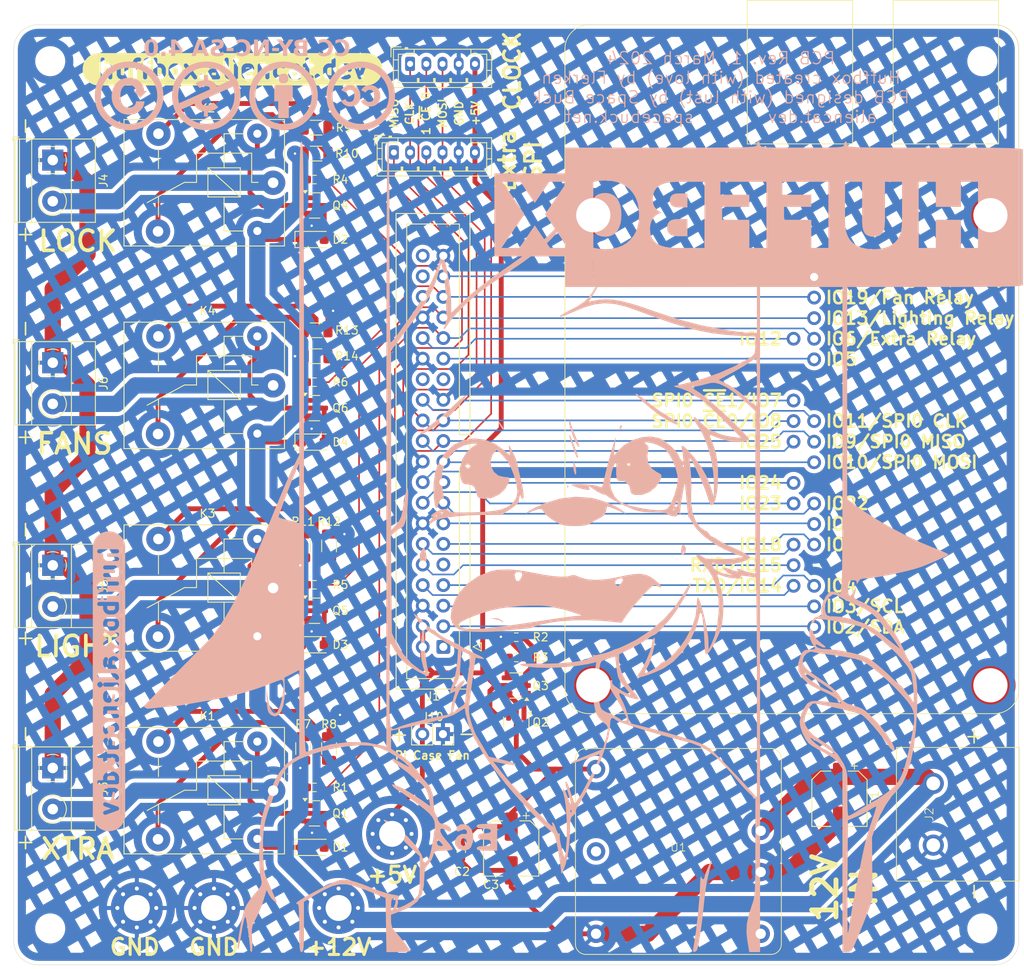
<source format=kicad_pcb>
(kicad_pcb (version 20240108) (generator "pcbnew") (generator_version "8.0")
  (layers (0 "F.Cu" signal) (31 "B.Cu" signal) (34 "B.Paste" user) (35 "F.Paste" user) (36 "B.SilkS" user "B.Silkscreen") (37 "F.SilkS" user "F.Silkscreen") (38 "B.Mask" user) (39 "F.Mask" user) (44 "Edge.Cuts" user))
  (net 0 "")
  (net 1 "RELAY_{2}")
  (net 3 "Net-(J1-GPIO24)")
  (net 4 "Net-(J1-3V3-Pad1)")
  (net 5 "Net-(J1-GCLK0{slash}GPIO4)")
  (net 6 "Net-(J1-GPIO17)")
  (net 7 "Net-(J1-GPIO25)")
  (net 8 "Net-(J1-GCLK1{slash}GPIO5)")
  (net 9 "Net-(J1-GPIO14{slash}TXD)")
  (net 10 "Net-(J1-GPIO18{slash}PWM0)")
  (net 12 "Net-(J1-PWM0{slash}GPIO12)")
  (net 14 "Net-(J1-GPIO23)")
  (net 15 "Net-(J1-SCL{slash}GPIO3)")
  (net 16 "Net-(J1-SDA{slash}GPIO2)")
  (net 18 "Net-(J1-GPIO22)")
  (net 19 "Net-(J1-GPIO15{slash}RXD)")
  (net 20 "Net-(J1-GPIO27)")
  (net 22 "Net-(D1-A)")
  (net 23 "+12V")
  (net 24 "RELAY_{1}")
  (net 25 "Net-(Q1-B)")
  (net 26 "GNDREF")
  (net 27 "RELAY_{3}")
  (net 28 "Net-(Q2-G)")
  (net 29 "5V_to_Pi")
  (net 30 "5V_from_supply")
  (net 31 "Net-(Q3B-C2)")
  (net 34 "Net-(D2-A)")
  (net 35 "Net-(D3-A)")
  (net 36 "Net-(D4-A)")
  (net 37 "IO RELAY_{4}")
  (net 38 "Net-(K1-Pad4)")
  (net 39 "Net-(K1-Pad3)")
  (net 40 "Net-(K2-Pad3)")
  (net 41 "Net-(K2-Pad4)")
  (net 42 "Net-(K3-Pad3)")
  (net 43 "Net-(Q4-B)")
  (net 44 "Net-(Q5-B)")
  (net 45 "Net-(Q6-B)")
  (net 46 "Net-(K3-Pad4)")
  (net 47 "Net-(K4-Pad4)")
  (net 48 "Net-(K4-Pad3)")
  (net 49 "IO RELAY_{1}")
  (net 50 "IO RELAY_{2}")
  (net 51 "IO RELAY_{3}")
  (net 52 "RELAY_{4}")
  (net 53 "SPI0_{CE0}")
  (net 54 "SPI0_{CLK}")
  (net 55 "SPI0_{CE1}")
  (net 56 "SPI0_{MOSI}")
  (net 57 "SPI0_{MISO}")
  (footprint "Relay_THT:Relay_SPDT_SANYOU_SRD_Series_Form_C" (layer "F.Cu") (at 155.5 86 180)
    (property "Reference" "K3")
    (property "Value" "SANYOU_SRD_Form_C")
  )
  (footprint "huffboard:SMTSO2545CTJ" (layer "F.Cu") (at 195 40)
    (property "Reference" "H1" (hide yes))
    (property "Value" "MountingHole" (hide yes))
  )
  (footprint "Connector_JST:JST_PH_B6B-PH-K_1x06_P2.00mm_Vertical" (layer "F.Cu") (at 170.4 32.258)
    (property "Reference" "J8" (hide yes))
    (property "Value" "Conn_01x06")
  )
  (footprint "TerminalBlock_Phoenix:TerminalBlock_Phoenix_MKDS-1,5-2-5.08_1x02_P5.08mm_Horizontal" (layer "F.Cu") (at 128.310001 83.199996 -90)
    (property "Reference" "J5")
    (property "Value" "Screw_Terminal_01x02")
  )
  (footprint "Package_TO_SOT_SMD:SOT-23-6" (layer "F.Cu") (at 185.5 98.029999 180)
    (property "Reference" "Q3")
    (property "Value" "DMMT5401")
  )
  (footprint "MountingHole:MountingHole_3.2mm_M3" (layer "F.Cu") (at 243 128)
    (property "Reference" "H7" (hide yes))
    (property "Value" "MountingHole")
  )
  (footprint "Resistor_SMD:R_1206_3216Metric" (layer "F.Cu") (at 162.4 80.8 -90)
    (property "Reference" "R12")
    (property "Value" "0Ω")
  )
  (footprint "huffboard:simple_testpoint_pinout" (layer "F.Cu") (at 222.25 65.405)
    (property "Reference" "TP23" (hide yes))
    (property "Value" "TestPoint_Small" (hide yes))
  )
  (footprint "huffboard:SMTSO2545CTJ" (layer "F.Cu") (at 244 40)
    (property "Reference" "H2" (hide yes))
    (property "Value" "MountingHole" (hide yes))
  )
  (footprint "Capacitor_SMD:CP_Elec_6.3x7.7" (layer "F.Cu") (at 184.87229 118.133229 -90)
    (property "Reference" "C3")
    (property "Value" "220μF")
  )
  (footprint "Diode_SMD:D_SOD-123F" (layer "F.Cu") (at 160.4 93)
    (property "Reference" "D3")
    (property "Value" "D")
  )
  (footprint "huffboard:simple_testpoint_pinout" (layer "F.Cu") (at 219.71 62.865)
    (property "Reference" "TP19" (hide yes))
    (property "Value" "TestPoint_Small" (hide yes))
  )
  (footprint "huffboard:simple_testpoint_pinout" (layer "F.Cu") (at 219.71 75.565)
    (property "Reference" "TP11" (hide yes))
    (property "Value" "TestPoint_Small" (hide yes))
  )
  (footprint "Relay_THT:Relay_SPDT_SANYOU_SRD_Series_Form_C" (layer "F.Cu") (at 155.5 111 180)
    (property "Reference" "K1")
    (property "Value" "SANYOU_SRD_Form_C")
  )
  (footprint "huffboard:Terminal_Screw_7.62" (layer "F.Cu") (at 236.95 113.91677 90)
    (property "Reference" "J2")
    (property "Value" "Screw_Terminal_01x02")
  )
  (footprint "MountingHole:MountingHole_3.2mm_M3" (layer "F.Cu") (at 243 21)
    (property "Reference" "H6" (hide yes))
    (property "Value" "MountingHole")
  )
  (footprint "huffboard:simple_testpoint_pinout" (layer "F.Cu") (at 222.25 90.805)
    (property "Reference" "TP1" (hide yes))
    (property "Value" "TestPoint_Small" (hide yes))
  )
  (footprint "Connector_IDC:IDC-Header_2x20_P2.54mm_Vertical" (layer "F.Cu") (at 176.5 93.26 180)
    (property "Reference" "J1")
    (property "Value" "Raspberry_Pi_2_3")
  )
  (footprint "Resistor_SMD:R_0603_1608Metric" (layer "F.Cu") (at 160.6 110.6 180)
    (property "Reference" "R1")
    (property "Value" "1kΩ")
  )
  (footprint "Resistor_SMD:R_1206_3216Metric" (layer "F.Cu") (at 159.2 80.8 90)
    (property "Reference" "R11")
    (property "Value" "0Ω")
  )
  (footprint "Resistor_SMD:R_0603_1608Metric" (layer "F.Cu") (at 185.5 92.067499)
    (property "Reference" "R2")
    (property "Value" "10kΩ")
  )
  (footprint "TerminalBlock_Phoenix:TerminalBlock_Phoenix_MKDS-1,5-2-5.08_1x02_P5.08mm_Horizontal" (layer "F.Cu") (at 128.310001 33.199996 -90)
    (property "Reference" "J4")
    (property "Value" "Screw_Terminal_01x02")
  )
  (footprint "Package_TO_SOT_SMD:SOT-23" (layer "F.Cu") (at 160.613757 38.8)
    (property "Reference" "Q4")
    (property "Value" "Q_NPN_BEC")
  )
  (footprint "huffboard:simple_testpoint_pinout" (layer "F.Cu") (at 219.71 80.645)
    (property "Reference" "TP7" (hide yes))
    (property "Value" "TestPoint_Small" (hide yes))
  )
  (footprint "Package_TO_SOT_SMD:SOT-23" (layer "F.Cu") (at 160.6 113.8)
    (property "Reference" "Q1")
    (property "Value" "Q_NPN_BEC")
  )
  (footprint "huffboard:simple_testpoint_pinout" (layer "F.Cu") (at 222.25 55.245)
    (property "Reference" "TP8" (hide yes))
    (property "Value" "TestPoint_Small" (hide yes))
  )
  (footprint "huffboard:simple_testpoint_pinout" (layer "F.Cu") (at 219.71 85.725)
    (property "Reference" "TP3" (hide yes))
    (property "Value" "TestPoint_Small" (hide yes))
  )
  (footprint "Resistor_SMD:R_1206_3216Metric" (layer "F.Cu") (at 159.2 105.8 90)
    (property "Reference" "R7")
    (property "Value" "0Ω")
  )
  (footprint "huffboard:simple_testpoint_pinout" (layer "F.Cu") (at 222.25 47.625)
    (property "Reference" "TP5" (hide yes))
    (property "Value" "TestPoint_Small" (hide yes))
  )
  (footprint "MountingHole:MountingHole_3.2mm_M3_Pad_Via" (layer "F.Cu") (at 163.576 125.476)
    (property "Reference" "H10" (hide yes))
    (property "Value" "Anchor_Mounting_Hole")
  )
  (footprint "huffboard:simple_testpoint_pinout" (layer "F.Cu") (at 222.25 88.265)
    (property "Reference" "TP2" (hide yes))
    (property "Value" "TestPoint_Small" (hide yes))
  )
  (footprint "huffboard:SMTSO2545CTJ" (layer "F.Cu") (at 244 98)
    (property "Reference" "H4" (hide yes))
    (property "Value" "MountingHole" (hide yes))
  )
  (footprint "huffboard:simple_testpoint_pinout" (layer "F.Cu") (at 222.25 57.785)
    (property "Reference" "TP16" (hide yes))
    (property "Value" "TestPoint_Small" (hide yes))
  )
  (footprint "TerminalBlock_Phoenix:TerminalBlock_Phoenix_MKDS-1,5-2-5.08_1x02_P5.08mm_Horizontal" (layer "F.Cu") (at 128.310001 58.199996 -90)
    (property "Reference" "J6")
    (property "Value" "Screw_Terminal_01x02")
  )
  (footprint "Resistor_SMD:R_1206_3216Metric" (layer "F.Cu") (at 160.8 57.4)
    (property "Reference" "R14")
    (property "Value" "0Ω")
  )
  (footprint "huffboard:simple_testpoint_pinout" (layer "F.Cu") (at 222.25 50.165)
    (property "Reference" "TP18" (hide yes))
    (property "Value" "TestPoint_Small" (hide yes))
  )
  (footprint "Resistor_SMD:R_0603_1608Metric" (layer "F.Cu") (at 160.6 60.6 180)
    (property "Reference" "R6")
    (property "Value" "1kΩ")
  )
  (footprint "Relay_THT:Relay_SPDT_SANYOU_SRD_Series_Form_C" (layer "F.Cu") (at 155.5 61 180)
    (property "Reference" "K4")
    (property "Value" "SANYOU_SRD_Form_C")
  )
  (footprint "Resistor_SMD:R_0603_1608Metric" (layer "F.Cu") (at 160.6 85.6 180)
    (property "Reference" "R5")
    (property "Value" "1kΩ")
  )
  (footprint "Connector_JST:JST_PH_B5B-PH-K_1x05_P2.00mm_Vertical" (layer "F.Cu") (at 172.4 21.336)
    (property "Reference" "J7" (hide yes))
    (property "Value" "Conn_01x05")
  )
  (footprint "MountingHole:MountingHole_3.2mm_M3" (layer "F.Cu") (at 128 128)
    (property "Reference" "H8" (hide yes))
    (property "Value" "MountingHole")
  )
  (footprint "MountingHole:MountingHole_3.2mm_M3_Pad_Via" (layer "F.Cu") (at 138.684 125.476)
    (property "Reference" "H9" (hide yes))
    (property "Value" "Anchor_Mounting_Hole")
  )
  (footprint "huffboard:simple_testpoint_pinout" (layer "F.Cu") (at 219.71 83.185)
    (property "Reference" "TP4" (hide yes))
    (property "Value" "TestPoint_Small" (hide yes))
  )
  (footprint "Resistor_SMD:R_1206_3216Metric" (layer "F.Cu") (at 160.8 29.2 180)
    (property "Reference" "R9")
    (property "Value" "0Ω")
  )
  (footprint "huffboard:simple_testpoint_pinout" (layer "F.Cu") (at 222.25 70.485)
    (property "Reference" "TP22" (hide yes))
    (property "Value" "TestPoint_Small" (hide yes))
  )
  (footprint "huffboard:simple_testpoint_pinout" (layer "F.Cu") (at 219.71 55.245)
    (property "Reference" "TP15" (hide yes))
    (property "Value" "TestPoint_Small" (hide yes))
  )
  (footprint "huffboard:SMTSO2545CTJ" (layer "F.Cu") (at 195 98)
    (property "Reference" "H3" (hide yes))
    (property "Value" "MountingHole" (hide yes))
  )
  (footprint "Package_TO_SOT_SMD:SOT-23" (layer "F.Cu") (at 185.5 102.567499 -90)
    (property "Reference" "Q2")
    (property "Value" "DMG2305UX")
  )
  (footprint "Resistor_SMD:R_0603_1608Metric" (layer "F.Cu") (at 185.5 94.567499 180)
    (property "Reference" "R3")
    (property "Value" "47kΩ")
  )
  (footprint "Diode_SMD:D_SOD-123F" (layer "F.Cu") (at 160.4 68)
    (property "Reference" "D4")
    (property "Value" "D")
  )
  (footprint "Package_TO_SOT_SMD:SOT-23" (layer "F.Cu") (at 160.6 63.8)
    (property "Reference" "Q6")
    (property "Value" "Q_NPN_BEC")
  )
  (footprint "Diode_SMD:D_SOD-123F" (layer "F.Cu") (at 160.4 118)
    (property "Reference" "D1")
    (property "Value" "D")
  )
  (footprint "huffboard:simple_testpoint_pinout" (layer "F.Cu") (at 219.71 67.945)
    (property "Reference" "TP13" (hide yes))
    (property "Value" "TestPoint_Small" (hide yes))
  )
  (footprint "Resistor_SMD:R_1206_3216Metric" (layer "F.Cu") (at 160.8 54.2 180)
    (property "Reference" "R13")
    (property "Value" "0Ω")
  )
  (footprint "Resistor_SMD:R_1206_3216Metric" (layer "F.Cu") (at 160.8 32.4)
    (property "Reference" "R10")
    (property "Value" "0Ω")
  )
  (footprint "Capacitor_SMD:CP_Elec_6.3x7.7" (layer "F.Cu") (at 225.37229 112 -90)
    (property "Reference" "C1")
    (property "Value" "100μF")
  )
  (footprint "huffboard:simple_testpoint_pinout" (layer "F.Cu") (at 222.25 52.705)
    (property "Reference" "TP9" (hide yes))
    (property "Value" "TestPoint_Small" (hide yes))
  )
  (footprint "huffboard:simple_testpoint_pinout" (layer "F.Cu") (at 222.25 75.565)
    (property "Reference" "TP10" (hide yes))
    (property "Value" "TestPoint_Small" (hide yes))
  )
  (footprint "MountingHole:MountingHole_3.2mm_M3" (layer "F.Cu") (at 128 21)
    (property "Reference" "H5" (hide yes))
    (property "Value" "MountingHole")
  )
  (footprint "Resistor_SMD:R_0603_1608Metric" (layer "F.Cu") (at 160.6 35.6 180)
    (property "Reference" "R4")
    (property "Value" "1kΩ")
  )
  (footprint "huffboard:simple_testpoint_pinout" (layer "F.Cu") (at 222.25 85.725)
    (property "Reference" "TP17" (hide yes))
    (property "Value" "TestPoint_Small" (hide yes))
  )
  (footprint "huffboard:simple_testpoint_pinout" (layer "F.Cu") (at 219.71 73.025)
    (property "Reference" "TP12" (hide yes))
    (property "Value" "TestPoint_Small" (hide yes))
  )
  (footprint "huffboard:TDK15-XXSXX-MODULE" (layer "F.Cu") (at 205.5 118.5)
    (property "Reference" "U1")
    (property "Value" "~")
  )
  (footprint "huffboard:simple_testpoint_pinout" (layer "F.Cu") (at 222.25 80.645)
    (property "Reference" "TP6" (hide yes))
    (property "Value" "TestPoint_Small" (hide yes))
  )
  (footprint "huffboard:simple_testpoint_pinout" (layer "F.Cu") (at 222.25 78.105)
    (property "Reference" "TP14" (hide yes))
    (property "Value" "TestPoint_Small" (hide yes))
  )
  (footprint "Diode_SMD:D_SOD-123F" (layer "F.Cu") (at 160.4 43)
    (property "Reference" "D2")
    (property "Value" "D")
  )
  (footprint "MountingHole:MountingHole_3.2mm_M3_Pad_Via" (layer "F.Cu") (at 148.209 125.476)
    (property "Reference" "H11" (hide yes))
    (property "Value" "Anchor_Mounting_Hole")
  )
  (footprint "Resistor_SMD:R_1206_3216Metric" (layer "F.Cu") (at 162.4 105.8 -90)
    (property "Reference" "R8")
    (property "Value" "0Ω")
  )
  (footprint "TerminalBlock_Phoenix:TerminalBlock_Phoenix_MKDS-1,5-2-5.08_1x02_P5.08mm_Horizontal" (layer "F.Cu") (at 128.310001 108.199996 -90)
    (property "Reference" "J3")
    (property "Value" "Screw_Terminal_01x02")
  )
  (footprint "Capacitor_SMD:C_0603_1608Metric" (layer "F.Cu") (at 178.725 118.5 -90)
    (property "Reference" "C2")
    (property "Value" "1μF")
  )
  (footprint "huffboard:simple_testpoint_pinout" (layer "F.Cu") (at 219.71 65.405)
    (property "Reference" "TP20" (hide yes))
    (property "Value" "TestPoint_Small" (hide yes))
  )
  (footprint "Relay_THT:Relay_SPDT_SANYOU_SRD_Series_Form_C" (layer "F.Cu") (at 155.5 36 180)
    (property "Reference" "K2")
    (property "Value" "SANYOU_SRD_Form_C")
  )
  (footprint "Connector_PinSocket_2.54mm:PinSocket_1x02_P2.54mm_Vertical" (layer "F.Cu") (at 176.45 104.025 -90)
    (property "Reference" "J10")
    (property "Value" "Pi Case Fan")
  )
  (footprint "Package_TO_SOT_SMD:SOT-23" (layer "F.Cu") (at 160.6 88.8)
    (property "Reference" "Q5")
    (property "Value" "Q_NPN_BEC")
  )
  (footprint "MountingHole:MountingHole_3.2mm_M3_Pad_Via" (layer "F.Cu") (at 170.18 116.332)
    (property "Reference" "H12" (hide yes))
    (property "Value" "Anchor_Mounting_Hole")
  )
  (footprint "huffboard:simple_testpoint_pinout" (layer "F.Cu") (at 222.25 67.945)
    (property "Reference" "TP21" (hide yes))
    (property "Value" "TestPoint_Small" (hide yes))
  )
  (footprint "LOGO" (layer "B.Cu") (at 197.993 80.899 180)
    (property "Reference" "G***" (hide yes))
    (property "Value" "LOGO" (hide yes))
  )
  (gr_rect (start 136.75 81) (end 137.25 114) (fill solid) (layer "B.SilkS"))
  (gr_poly (pts (arc (start 133.25 81) (mid 135.25 79) (end 137.25 81))) (fill solid) (layer "B.SilkS"))
  (gr_rect (start 133.25 81) (end 133.75 114) (fill solid) (layer "B.SilkS"))
  (gr_poly (pts (arc (start 137.25 114) (mid 135.25 116) (end 133.25 114))) (fill solid) (layer "B.SilkS"))
  (gr_poly (pts (xy 167.382402 23.964602) (xy 167.289337 23.971738) (xy 167.199762 23.983663) (xy 167.113676 24.000378) (xy 167.031077 24.021881) (xy 166.951967 24.048173) (xy 166.876342 24.079252) (xy 166.804204 24.11512) (xy 166.735551 24.155775) (xy 166.670382 24.201217) (xy 166.608696 24.251445) (xy 166.550493 24.306459) (xy 166.495773 24.366259) (xy 166.444533 24.430845) (xy 166.396774 24.500215) (xy 166.352494 24.574371) (xy 166.919629 24.869249) (xy 166.931149 24.846098) (xy 166.942989 24.823826) (xy 166.955149 24.802433) (xy 166.96763 24.78192) (xy 166.980431 24.762287) (xy 166.993554 24.743535) (xy 167.006999 24.725666) (xy 167.020766 24.70868) (xy 167.034855 24.692577) (xy 167.049267 24.677359) (xy 167.064002 24.663026) (xy 167.079061 24.649578) (xy 167.094444 24.637018) (xy 167.110151 24.625345) (xy 167.126183 24.614561) (xy 167.14254 24.604665) (xy 167.15901 24.595533) (xy 167.175332 24.586986) (xy 167.191505 24.579027) (xy 167.20753 24.571655) (xy 167.223407 24.56487) (xy 167.239136 24.558673) (xy 167.254718 24.553064) (xy 167.270152 24.548045) (xy 167.285438 24.543614) (xy 167.300578 24.539773) (xy 167.315571 24.536522) (xy 167.330417 24.533861) (xy 167.345116 24.53179) (xy 167.35967 24.530311) (xy 167.374077 24.529423) (xy 167.388338 24.529127) (xy 167.423206 24.529858) (xy 167.456969 24.532049) (xy 167.489627 24.535702) (xy 167.521178 24.540817) (xy 167.551624 24.547392) (xy 167.580964 24.555429) (xy 167.609199 24.564928) (xy 167.636327 24.575888) (xy 167.662349 24.588309) (xy 167.687265 24.602193) (xy 167.711074 24.617537) (xy 167.733777 24.634344) (xy 167.755374 24.652612) (xy 167.775864 24.672342) (xy 167.795247 24.693534) (xy 167.813523 24.716187) (xy 167.830693 24.740303) (xy 167.846755 24.76588) (xy 167.861711 24.79292) (xy 167.875559 24.821422) (xy 167.8883 24.851385) (xy 167.899933 24.882811) (xy 167.910459 24.9157) (xy 167.919877 24.95005) (xy 167.928188 24.985863) (xy 167.935391 25.023138) (xy 167.941486 25.061875) (xy 167.946473 25.102075) (xy 167.950352 25.143738) (xy 167.953123 25.186863) (xy 167.954786 25.23145) (xy 167.95534 25.277501) (xy 167.954779 25.319483) (xy 167.953095 25.360399) (xy 167.95029 25.40025) (xy 167.946363 25.439035) (xy 167.941314 25.476757) (xy 167.935143 25.513414) (xy 167.927852 25.549009) (xy 167.919439 25.583541) (xy 167.909906 25.617011) (xy 167.899252 25.64942) (xy 167.887477 25.680768) (xy 167.874582 25.711056) (xy 167.860567 25.740284) (xy 167.845432 25.768453) (xy 167.829178 25.795563) (xy 167.811804 25.821616) (xy 167.793313 25.846343) (xy 167.773759 25.869477) (xy 167.753142 25.891016) (xy 167.731461 25.910961) (xy 167.720222 25.920335) (xy 167.708717 25.929311) (xy 167.696946 25.937888) (xy 167.684909 25.946067) (xy 167.672606 25.953847) (xy 167.660038 25.961228) (xy 167.647203 25.96821) (xy 167.634103 25.974794) (xy 167.607104 25.986764) (xy 167.579043 25.997139) (xy 167.549917 26.005919) (xy 167.519728 26.013102) (xy 167.488476 26.01869) (xy 167.45616 26.022681) (xy 167.422781 26.025076) (xy 167.388338 26.025875) (xy 167.342885 26.024456) (xy 167.299146 26.020201) (xy 167.257121 26.01311) (xy 167.216809 26.003183) (xy 167.178211 25.99042) (xy 167.141325 25.974822) (xy 167.106152 25.956389) (xy 167.07269 25.935123) (xy 167.04094 25.911022) (xy 167.010901 25.884087) (xy 166.982573 25.85432) (xy 166.955955 25.82172) (xy 166.931047 25.786287) (xy 166.907849 25.748022) (xy 166.88636 25.706926) (xy 166.86658 25.662999) (xy 166.345086 25.927582) (xy 166.366374 25.965832) (xy 166.388667 26.003044) (xy 166.411965 26.039219) (xy 166.436268 26.074355) (xy 166.461575 26.108455) (xy 166.487886 26.141518) (xy 166.515202 26.173544) (xy 166.543523 26.204534) (xy 166.572848 26.234489) (xy 166.603178 26.263409) (xy 166.634513 26.291294) (xy 166.666852 26.318144) (xy 166.700196 26.34396) (xy 166.734544 26.368743) (xy 166.769897 26.392492) (xy 166.806254 26.415209) (xy 166.843305 26.436738) (xy 166.880835 26.456875) (xy 166.918845 26.475621) (xy 166.957334 26.492976) (xy 166.996301 26.50894) (xy 167.035745 26.523514) (xy 167.075667 26.536698) (xy 167.116065 26.548493) (xy 167.156939 26.558898) (xy 167.198289 26.567915) (xy 167.240113 26.575544) (xy 167.282411 26.581785) (xy 167.325183 26.586638) (xy 167.368429 26.590104) (xy 167.412146 26.592184) (xy 167.456336 26.592877) (xy 167.526348 26.59152) (xy 167.594652 26.58745) (xy 167.661246 26.580665) (xy 167.72613 26.571164) (xy 167.789303 26.558948) (xy 167.850765 26.544014) (xy 167.910515 26.526363) (xy 167.968552 26.505994) (xy 168.024877 26.482905) (xy 168.079487 26.457097) (xy 168.132384 26.428567) (xy 168.183565 26.397316) (xy 168.233032 26.363343) (xy 168.280782 26.326647) (xy 168.326816 26.287226) (xy 168.371132 26.245082) (xy 168.413232 26.20056) (xy 168.452616 26.153912) (xy 168.489283 26.105138) (xy 168.523235 26.054236) (xy 168.55447 26.001209) (xy 168.582989 25.946056) (xy 168.608792 25.888777) (xy 168.631879 25.829372) (xy 168.65225 25.767841) (xy 168.669905 25.704186) (xy 168.684843 25.638405) (xy 168.697066 25.5705) (xy 168.706572 25.50047) (xy 168.713363 25.428315) (xy 168.717437 25.354036) (xy 168.718795 25.277633) (xy 168.717421 25.203005) (xy 168.713301 25.130329) (xy 168.706434 25.059606) (xy 168.69682 24.990835) (xy 168.68446 24.924014) (xy 168.669354 24.859144) (xy 168.651501 24.796224) (xy 168.630903 24.735254) (xy 168.60756 24.676231) (xy 168.581471 24.619158) (xy 168.552637 24.564031) (xy 168.521058 24.510852) (xy 168.486734 24.459619) (xy 168.449666 24.410332) (xy 168.409853 24.36299) (xy 168.367296 24.317592) (xy 168.322643 24.274578) (xy 168.276541 24.234336) (xy 168.228992 24.196866) (xy 168.179994 24.16217) (xy 168.129547 24.130247) (xy 168.077651 24.101098) (xy 168.024306 24.074724) (xy 167.969511 24.051124) (xy 167.913268 24.030299) (xy 167.855574 24.012249) (xy 167.79643 23.996975) (xy 167.735837 23.984478) (xy 167.673793 23.974757) (xy 167.610299 23.967813) (xy 167.545353 23.963646) (xy 167.478957 23.962257)) (stroke (width -0.000001)) (fill solid) (layer "B.SilkS"))
  (gr_poly (pts (xy 166.094826 21.048748) (xy 165.878986 21.063281) (xy 165.667273 21.087502) (xy 165.459686 21.121411) (xy 165.256229 21.165008) (xy 165.0569 21.21829) (xy 164.861703 21.281258) (xy 164.670637 21.353912) (xy 164.483704 21.43625) (xy 164.300906 21.528273) (xy 164.122243 21.629979) (xy 163.947717 21.741367) (xy 163.777328 21.862439) (xy 163.611078 21.993192) (xy 163.448969 22.133626) (xy 163.291 22.28374) (xy 163.217505 22.359044) (xy 163.146247 22.435681) (xy 163.077226 22.513649) (xy 163.010443 22.592949) (xy 162.945898 22.67358) (xy 162.883592 22.755542) (xy 162.823527 22.838833) (xy 162.765703 22.923453) (xy 162.710121 23.009402) (xy 162.65678 23.096679) (xy 162.605684 23.185284) (xy 162.556831 23.275215) (xy 162.510223 23.366472) (xy 162.46586 23.459056) (xy 162.423744 23.552964) (xy 162.383875 23.648197) (xy 162.346362 23.744484) (xy 162.311261 23.841506) (xy 162.278575 23.939265) (xy 162.248304 24.037759) (xy 162.220449 24.136989) (xy 162.195011 24.236956) (xy 162.171991 24.337661) (xy 162.15139 24.439102) (xy 162.133209 24.541282) (xy 162.117449 24.644201) (xy 162.104111 24.747857) (xy 162.093196 24.852253) (xy 162.084705 24.957389) (xy 162.078639 25.063264) (xy 162.074998 25.16988) (xy 162.073784 25.277236) (xy 162.074983 25.385478) (xy 162.078577 25.492863) (xy 162.084565 25.599391) (xy 162.092948 25.705063) (xy 162.103724 25.809878) (xy 162.116891 25.913835) (xy 162.132449 26.016933) (xy 162.150398 26.119173) (xy 162.170735 26.220555) (xy 162.193461 26.321077) (xy 162.218573 26.420739) (xy 162.246072 26.519542) (xy 162.275955 26.617484) (xy 162.308223 26.714565) (xy 162.342874 26.810785) (xy 162.379907 26.906143) (xy 162.419319 27.000404) (xy 162.461005 27.093281) (xy 162.504967 27.184775) (xy 162.551202 27.274884) (xy 162.599711 27.363607) (xy 162.650493 27.450945) (xy 162.703547 27.536896) (xy 162.758873 27.621461) (xy 162.81647 27.704638) (xy 162.876338 27.786427) (xy 162.938476 27.866827) (xy 163.002883 27.945838) (xy 163.069559 28.023459) (xy 163.138503 28.09969) (xy 163.209715 28.17453) (xy 163.283195 28.247978) (xy 163.361311 28.323381) (xy 163.440729 28.396545) (xy 163.52145 28.467469) (xy 163.603473 28.536152) (xy 163.686798 28.602595) (xy 163.771425 28.666796) (xy 163.857355 28.728755) (xy 163.944587 28.788472) (xy 164.033121 28.845945) (xy 164.122957 28.901174) (xy 164.214096 28.954159) (xy 164.306537 29.004899) (xy 164.40028 29.053393) (xy 164.495325 29.099641) (xy 164.591673 29.143642) (xy 164.689323 29.185396) (xy 164.787783 29.224756) (xy 164.886662 29.261577) (xy 164.985958 29.295859) (xy 165.085671 29.327601) (xy 165.1858 29.356804) (xy 165.286344 29.383468) (xy 165.387304 29.407592) (xy 165.488679 29.429176) (xy 165.590467 29.448222) (xy 165.692668 29.464728) (xy 165.795283 29.478694) (xy 165.898309 29.490122) (xy 166.001748 29.499009) (xy 166.105597 29.505358) (xy 166.209857 29.509167) (xy 166.314526 29.510437) (xy 166.419121 29.509184) (xy 166.523158 29.505425) (xy 166.626636 29.499159) (xy 166.729556 29.490384) (xy 166.831917 29.479101) (xy 166.933718 29.465307) (xy 167.034961 29.449002) (xy 167.135644 29.430186) (xy 167.235767 29.408856) (xy 167.335331 29.385012) (xy 167.434334 29.358653) (xy 167.532777 29.329779) (xy 167.63066 29.298387) (xy 167.727982 29.264477) (xy 167.824743 29.228049) (xy 167.920944 29.189101) (xy 168.01622 29.147843) (xy 168.110259 29.104337) (xy 168.20306 29.058585) (xy 168.294624 29.010585) (xy 168.38495 28.96034) (xy 168.474038 28.907848) (xy 168.561887 28.853111) (xy 168.648498 28.796128) (xy 168.73387 28.736901) (xy 168.818004 28.675429) (xy 168.900898 28.611713) (xy 168.982553 28.545754) (xy 169.062969 28.477551) (xy 169.142145 28.407105) (xy 169.220081 28.334417) (xy 169.296777 28.259487) (xy 169.371715 28.182828) (xy 169.444377 28.104954) (xy 169.514764 28.025866) (xy 169.582876 27.945563) (xy 169.648713 27.864046) (xy 169.712275 27.781316) (xy 169.773562 27.697373) (xy 169.832574 27.612217) (xy 169.889313 27.525848) (xy 169.943777 27.438268) (xy 169.995968 27.349476) (xy 170.045884 27.259473) (xy 170.093528 27.168259) (xy 170.138898 27.075835) (xy 170.181994 26.982201) (xy 170.222818 26.887357) (xy 170.261266 26.791586) (xy 170.297232 26.69517) (xy 170.330719 26.598107) (xy 170.361725 26.500398) (xy 170.39025 26.402042) (xy 170.416295 26.303038) (xy 170.43986 26.203385) (xy 170.460944 26.103083) (xy 170.479547 26.002132) (xy 170.49567 25.90053) (xy 170.509313 25.798278) (xy 170.520475 25.695375) (xy 170.529157 25.591819) (xy 170.535358 25.487612) (xy 170.539079 25.382751) (xy 170.540317 25.277368) (xy 169.776996 25.277368) (xy 169.77595 25.362231) (xy 169.772809 25.446709) (xy 169.767575 25.530802) (xy 169.760245 25.61451) (xy 169.750819 25.697831) (xy 169.739296 25.780766) (xy 169.725676 25.863314) (xy 169.709957 25.945475) (xy 169.69214 26.027248) (xy 169.672222 26.108633) (xy 169.650204 26.18963) (xy 169.626085 26.270238) (xy 169.599863 26.350457) (xy 169.571538 26.430287) (xy 169.54111 26.509726) (xy 169.508577 26.588776) (xy 169.474118 26.667194) (xy 169.437864 26.744544) (xy 169.399812 26.820824) (xy 169.359963 26.896036) (xy 169.318316 26.970179) (xy 169.27487 27.043255) (xy 169.229624 27.115264) (xy 169.182577 27.186205) (xy 169.133728 27.25608) (xy 169.083078 27.324888) (xy 169.030624 27.392631) (xy 168.976367 27.459309) (xy 168.920305 27.524921) (xy 168.862438 27.589469) (xy 168.802765 27.652952) (xy 168.741285 27.715371) (xy 168.678425 27.776365) (xy 168.614563 27.83552) (xy 168.549698 27.89284) (xy 168.483829 27.948324) (xy 168.416955 28.001975) (xy 168.349076 28.053793) (xy 168.280191 28.103778) (xy 168.210299 28.151934) (xy 168.1394 28.19826) (xy 168.067491 28.242758) (xy 167.994574 28.285429) (xy 167.920647 28.326274) (xy 167.845708 28.365294) (xy 167.769759 28.402491) (xy 167.692797 28.437865) (xy 167.614821 28.471419) (xy 167.536175 28.502993) (xy 167.457052 28.532531) (xy 167.377452 28.560032) (xy 167.297375 28.585495) (xy 167.216823 28.608922) (xy 167.135795 28.630311) (xy 167.054292 28.649663) (xy 166.972314 28.666979) (xy 166.889862 28.682257) (xy 166.806936 28.695498) (xy 166.723536 28.706702) (xy 166.639662 28.715869) (xy 166.555316 28.722999) (xy 166.470498 28.728091) (xy 166.385207 28.731147) (xy 166.299445 28.732165) (xy 166.214579 28.731134) (xy 166.13004 28.728041) (xy 166.045827 28.722883) (xy 165.961938 28.715662) (xy 165.878373 28.706376) (xy 165.795129 28.695023) (xy 165.712207 28.681605) (xy 165.629603 28.666119) (xy 165.547317 28.648565) (xy 165.465348 28.628942) (xy 165.383693 28.607249) (xy 165.302353 28.583486) (xy 165.221325 28.557652) (xy 165.140607 28.529745) (xy 165.0602 28.499766) (xy 164.980101 28.467714) (xy 164.900746 28.43369) (xy 164.822372 28.397844) (xy 164.744979 28.360177) (xy 164.668564 28.320686) (xy 164.593127 28.279372) (xy 164.518666 28.236233) (xy 164.44518 28.191268) (xy 164.372667 28.144476) (xy 164.301126 28.095856) (xy 164.230556 28.045408) (xy 164.160955 27.99313) (xy 164.092322 27.939021) (xy 164.024656 27.88308) (xy 163.957955 27.825307) (xy 163.892218 27.7657) (xy 163.827443 27.704259) (xy 163.707537 27.581392) (xy 163.59537 27.454686) (xy 163.490941 27.324141) (xy 163.39425 27.189756) (xy 163.305296 27.051531) (xy 163.22408 26.909466) (xy 163.1506 26.763559) (xy 163.084857 26.613812) (xy 163.02685 26.460223) (xy 162.976578 26.302792) (xy 162.934041 26.141518) (xy 162.899239 25.976402) (xy 162.872172 25.807442) (xy 162.852839 25.634639) (xy 162.841239 25.457992) (xy 162.837372 25.277501) (xy 162.838377 25.189914) (xy 162.84139 25.102919) (xy 162.846413 25.016516) (xy 162.853444 24.930704) (xy 162.862483 24.845484) (xy 162.873531 24.760856) (xy 162.886586 24.676818) (xy 162.90165 24.593371) (xy 162.918721 24.510515) (xy 162.937799 24.428249) (xy 162.958885 24.346574) (xy 162.981977 24.265488) (xy 163.007077 24.184993) (xy 163.034183 24.105087) (xy 163.063296 24.025771) (xy 163.094415 23.947044) (xy 163.127408 23.869144) (xy 163.162242 23.792311) (xy 163.198914 23.716543) (xy 163.237425 23.641838) (xy 163.277771 23.568198) (xy 163.319953 23.49562) (xy 163.363968 23.424104) (xy 163.409815 23.353649) (xy 163.457493 23.284255) (xy 163.507001 23.21592) (xy 163.558337 23.148644) (xy 163.6115 23.082427) (xy 163.666488 23.017266) (xy 163.7233 22.953162) (xy 163.781936 22.890114) (xy 163.842392 22.828121) (xy 163.971654 22.704536) (xy 164.104151 22.588923) (xy 164.239885 22.481282) (xy 164.378855 22.381613) (xy 164.521065 22.289917) (xy 164.666514 22.206193) (xy 164.815204 22.130443) (xy 164.967136 22.062665) (xy 165.122311 22.00286) (xy 165.280731 21.951028) (xy 165.442396 21.90717) (xy 165.607308 21.871286) (xy 165.775467 21.843376) (xy 165.946876 21.82344) (xy 166.121535 21.811478) (xy 166.299445 21.80749) (xy 166.479067 21.811448) (xy 166.655088 21.823322) (xy 166.82751 21.84311) (xy 166.996331 21.870813) (xy 167.161551 21.90643) (xy 167.323171 21.949961) (xy 167.48119 22.001405) (xy 167.635608 22.060763) (xy 167.786424 22.128033) (xy 167.933639 22.203216) (xy 168.077252 22.28631) (xy 168.217263 22.377316) (xy 168.353672 22.476233) (xy 168.486479 22.583061) (xy 168.615683 22.697799) (xy 168.741285 22.820448) (xy 168.802766 22.884259) (xy 168.862444 22.949042) (xy 168.920317 23.014796) (xy 168.976386 23.081521) (xy 169.030651 23.149219) (xy 169.083113 23.217889) (xy 169.133771 23.287531) (xy 169.182626 23.358147) (xy 169.229679 23.429737) (xy 169.274928 23.5023) (xy 169.318375 23.575838) (xy 169.360019 23.650351) (xy 169.399861 23.725838) (xy 169.437902 23.802301) (xy 169.47414 23.879741) (xy 169.508577 23.958156) (xy 169.54111 24.037281) (xy 169.571538 24.11685) (xy 169.599863 24.196862) (xy 169.626085 24.277318) (xy 169.650204 24.358217) (xy 169.672222 24.439559) (xy 169.69214 24.521345) (xy 169.709957 24.603574) (xy 169.725676 24.686246) (xy 169.739296 24.769362) (xy 169.750819 24.852921) (xy 169.760245 24.936924) (xy 169.767575 25.02137) (xy 169.772809 25.106259) (xy 169.77595 25.191592) (xy 169.776996 25.277368) (xy 170.540317 25.277368) (xy 170.540319 25.277236) (xy 170.539065 25.17259) (xy 170.535302 25.068448) (xy 170.52903 24.964812) (xy 170.52025 24.861679) (xy 170.50896 24.75905) (xy 170.495161 24.656925) (xy 170.478853 24.555303) (xy 170.460035 24.454184) (xy 170.438706 24.353566) (xy 170.414868 24.253451) (xy 170.388519 24.153837) (xy 170.35966 24.054725) (xy 170.32829 23.956113) (xy 170.29441 23.858001) (xy 170.258018 23.76039) (xy 170.219115 23.663278) (xy 170.177818 23.567051) (xy 170.134246 23.472095) (xy 170.088399 23.378411) (xy 170.040277 23.285996) (xy 169.989881 23.194853) (xy 169.937211 23.104979) (xy 169.882268 23.016376) (xy 169.825051 22.929043) (xy 169.765562 22.842979) (xy 169.7038 22.758184) (xy 169.639766 22.67466) (xy 169.573461 22.592404) (xy 169.504885 22.511417) (xy 169.434038 22.431698) (xy 169.36092 22.353249) (xy 169.285533 22.276067) (xy 169.132193 22.126889) (xy 168.974544 21.98733) (xy 168.812584 21.85739) (xy 168.646314 21.73707) (xy 168.475733 21.626371) (xy 168.300842 21.525295) (xy 168.121639 21.433841) (xy 167.938125 21.35201) (xy 167.7503 21.279804) (xy 167.558164 21.217223) (xy 167.361716 21.164267) (xy 167.160955 21.120938) (xy 166.955883 21.087236) (xy 166.746498 21.063163) (xy 166.532801 21.048718) (xy 166.314791 21.043903)) (stroke (width -0.000001)) (fill solid) (layer "B.SilkS"))
  (gr_poly (pts (xy 164.933202 23.964602) (xy 164.840234 23.971738) (xy 164.750805 23.983663) (xy 164.664918 24.000378) (xy 164.582571 24.021881) (xy 164.503768 24.048173) (xy 164.428507 24.079252) (xy 164.356792 24.11512) (xy 164.288622 24.155775) (xy 164.223998 24.201217) (xy 164.162922 24.251445) (xy 164.105394 24.306459) (xy 164.051416 24.366259) (xy 164.000988 24.430845) (xy 163.954111 24.500215) (xy 163.910787 24.574371) (xy 164.470249 24.869249) (xy 164.481749 24.846098) (xy 164.493577 24.823826) (xy 164.505732 24.802433) (xy 164.518215 24.78192) (xy 164.531024 24.762287) (xy 164.544158 24.743535) (xy 164.557618 24.725666) (xy 164.571402 24.70868) (xy 164.585511 24.692577) (xy 164.599942 24.677359) (xy 164.614697 24.663026) (xy 164.629774 24.649578) (xy 164.645172 24.637018) (xy 164.660892 24.625345) (xy 164.676932 24.614561) (xy 164.693293 24.604665) (xy 164.709817 24.595533) (xy 164.726251 24.586986) (xy 164.742594 24.579027) (xy 164.758845 24.571655) (xy 164.775004 24.56487) (xy 164.79107 24.558673) (xy 164.807043 24.553064) (xy 164.822922 24.548045) (xy 164.838706 24.543614) (xy 164.854395 24.539773) (xy 164.869988 24.536522) (xy 164.885485 24.533861) (xy 164.900886 24.53179) (xy 164.916188 24.530311) (xy 164.931393 24.529423) (xy 164.946499 24.529127) (xy 164.981379 24.529858) (xy 165.015153 24.532049) (xy 165.047821 24.535702) (xy 165.079383 24.540817) (xy 165.109838 24.547392) (xy 165.139187 24.555429) (xy 165.167429 24.564928) (xy 165.194564 24.575888) (xy 165.220593 24.588309) (xy 165.245515 24.602193) (xy 165.26933 24.617537) (xy 165.292038 24.634344) (xy 165.313639 24.652612) (xy 165.334133 24.672342) (xy 165.35352 24.693534) (xy 165.3718 24.716187) (xy 165.388972 24.740303) (xy 165.405037 24.76588) (xy 165.419995 24.79292) (xy 165.433845 24.821422) (xy 165.446588 24.851385) (xy 165.458222 24.882811) (xy 165.468749 24.9157) (xy 165.478169 24.95005) (xy 165.48648 24.985863) (xy 165.493684 25.023138) (xy 165.499779 25.061875) (xy 165.504766 25.102075) (xy 165.508646 25.143738) (xy 165.511416 25.186863) (xy 165.513079 25.23145) (xy 165.513633 25.277501) (xy 165.513071 25.319483) (xy 165.511383 25.360399) (xy 165.508571 25.40025) (xy 165.504635 25.439035) (xy 165.499577 25.476757) (xy 165.493395 25.513414) (xy 165.486091 25.549009) (xy 165.477667 25.583541) (xy 165.468121 25.617011) (xy 165.457455 25.64942) (xy 165.445669 25.680768) (xy 165.432764 25.711056) (xy 165.41874 25.740284) (xy 165.403599 25.768453) (xy 165.38734 25.795563) (xy 165.369965 25.821616) (xy 165.351499 25.846343) (xy 165.331969 25.869477) (xy 165.311375 25.891016) (xy 165.300678 25.901188) (xy 165.289715 25.910961) (xy 165.278486 25.920335) (xy 165.26699 25.929311) (xy 165.255227 25.937888) (xy 165.243198 25.946067) (xy 165.230902 25.953847) (xy 165.218339 25.961228) (xy 165.205509 25.96821) (xy 165.192413 25.974794) (xy 165.165418 25.986764) (xy 165.137355 25.997139) (xy 165.108222 26.005919) (xy 165.07802 26.013102) (xy 165.046747 26.01869) (xy 165.014402 26.022681) (xy 164.980987 26.025076) (xy 164.946499 26.025875) (xy 164.901091 26.024456) (xy 164.857389 26.020201) (xy 164.815394 26.01311) (xy 164.775107 26.003183) (xy 164.736528 25.99042) (xy 164.699658 25.974822) (xy 164.664498 25.956389) (xy 164.631049 25.935123) (xy 164.599312 25.911022) (xy 164.569287 25.884087) (xy 164.540974 25.85432) (xy 164.514376 25.82172) (xy 164.489493 25.786287) (xy 164.466324 25.748022) (xy 164.444872 25.706926) (xy 164.425137 25.662999) (xy 163.89597 25.927582) (xy 163.91815 25.965832) (xy 163.941281 26.003044) (xy 163.965362 26.039219) (xy 163.990392 26.074355) (xy 164.016369 26.108455) (xy 164.043294 26.141518) (xy 164.071165 26.173544) (xy 164.099981 26.204534) (xy 164.129741 26.234489) (xy 164.160444 26.263409) (xy 164.19209 26.291294) (xy 164.224676 26.318144) (xy 164.258203 26.34396) (xy 164.292669 26.368743) (xy 164.328073 26.392492) (xy 164.364415 26.415209) (xy 164.401481 26.436738) (xy 164.43896 26.456875) (xy 164.47685 26.475621) (xy 164.515153 26.492976) (xy 164.553869 26.50894) (xy 164.592997 26.523514) (xy 164.632537 26.536698) (xy 164.672489 26.548493) (xy 164.712854 26.558898) (xy 164.753632 26.567915) (xy 164.794821 26.575544) (xy 164.836424 26.581785) (xy 164.878438 26.586638) (xy 164.920865 26.590104) (xy 164.963704 26.592184) (xy 165.006956 26.592877) (xy 165.077886 26.59152) (xy 165.14701 26.58745) (xy 165.214326 26.580665) (xy 165.279836 26.571164) (xy 165.34354 26.558948) (xy 165.405438 26.544014) (xy 165.465531 26.526363) (xy 165.523819 26.505994) (xy 165.580303 26.482905) (xy 165.634982 26.457097) (xy 165.687857 26.428567) (xy 165.73893 26.397316) (xy 165.788199 26.363343) (xy 165.835665 26.326647) (xy 165.881329 26.287226) (xy 165.925192 26.245082) (xy 165.966904 26.20056) (xy 166.00592 26.153912) (xy 166.04224 26.105138) (xy 166.075864 26.054236) (xy 166.106794 26.001209) (xy 166.13503 25.946056) (xy 166.160574 25.888777) (xy 166.183425 25.829372) (xy 166.203586 25.767841) (xy 166.221055 25.704186) (xy 166.235835 25.638405) (xy 166.247926 25.5705) (xy 166.257328 25.50047) (xy 166.264044 25.428315) (xy 166.268072 25.354036) (xy 166.269415 25.277633) (xy 166.268043 25.203005) (xy 166.263926 25.130329) (xy 166.257064 25.059606) (xy 166.247457 24.990835) (xy 166.235103 24.924014) (xy 166.220002 24.859144) (xy 166.202153 24.796224) (xy 166.181557 24.735254) (xy 166.158212 24.676231) (xy 166.132117 24.619158) (xy 166.103273 24.564031) (xy 166.071678 24.510852) (xy 166.037333 24.459619) (xy 166.000235 24.410332) (xy 165.960386 24.36299) (xy 165.917784 24.317592) (xy 165.873154 24.274578) (xy 165.827073 24.234336) (xy 165.779542 24.196866) (xy 165.73056 24.16217) (xy 165.680128 24.130247) (xy 165.628246 24.101098) (xy 165.574913 24.074724) (xy 165.520131 24.051124) (xy 165.4639 24.030299) (xy 165.406219 24.012249) (xy 165.347089 23.996975) (xy 165.286511 23.984478) (xy 165.224483 23.974757) (xy 165.161007 23.967813) (xy 165.096082 23.963646) (xy 165.029709 23.962257)) (stroke (width -0.000001)) (fill solid) (layer "B.SilkS"))
  (gr_poly (pts (xy 156.568762 21.048686) (xy 156.352357 21.063034) (xy 156.140314 21.086949) (xy 155.932632 21.12043) (xy 155.729313 21.163477) (xy 155.530357 21.216092) (xy 155.335765 21.278275) (xy 155.145538 21.350026) (xy 154.959677 21.431345) (xy 154.778182 21.522233) (xy 154.601054 21.62269) (xy 154.428294 21.732717) (xy 154.259903 21.852313) (xy 154.095881 21.98148) (xy 153.93623 22.120218) (xy 153.780949 22.268527) (xy 153.63177 22.424689) (xy 153.492206 22.585103) (xy 153.362259 22.749767) (xy 153.241931 22.918683) (xy 153.131223 23.091849) (xy 153.030135 23.269266) (xy 152.938669 23.450934) (xy 152.856826 23.636853) (xy 152.784608 23.827022) (xy 152.722014 24.021443) (xy 152.669048 24.220115) (xy 152.625709 24.423037) (xy 152.591998 24.630211) (xy 152.567918 24.841635) (xy 152.553469 25.05731) (xy 152.548653 25.277236) (xy 152.55338 25.49792) (xy 152.56756 25.713935) (xy 152.591193 25.925281) (xy 152.624278 26.131958) (xy 152.666816 26.333966) (xy 152.718805 26.531306) (xy 152.780246 26.723977) (xy 152.851138 26.911981) (xy 152.93148 27.095316) (xy 153.021273 27.273984) (xy 153.120515 27.447984) (xy 153.229207 27.617316) (xy 153.347348 27.781982) (xy 153.474937 27.941981) (xy 153.611975 28.097313) (xy 153.75846 28.247978) (xy 153.920895 28.400877) (xy 154.08693 28.54391) (xy 154.256565 28.677078) (xy 154.429801 28.80038) (xy 154.606637 28.913817) (xy 154.787074 29.017389) (xy 154.971112 29.111096) (xy 155.158751 29.194938) (xy 155.349991 29.268916) (xy 155.544833 29.333029) (xy 155.743276 29.387278) (xy 155.945322 29.431664) (xy 156.150969 29.466185) (xy 156.360219 29.490843) (xy 156.573072 29.505638) (xy 156.789527 29.510569) (xy 157.002287 29.505695) (xy 157.211498 29.491073) (xy 157.41716 29.466704) (xy 157.619272 29.432587) (xy 157.817836 29.388724) (xy 158.012852 29.335115) (xy 158.204319 29.271759) (xy 158.39224 29.198659) (xy 158.576613 29.115812) (xy 158.75744 29.023222) (xy 158.93472 28.920887) (xy 159.108454 28.808807) (xy 159.278643 28.686985) (xy 159.445287 28.555419) (xy 159.608386 28.41411) (xy 159.767941 28.263059) (xy 159.918969 28.10522) (xy 160.060257 27.943549) (xy 160.191805 27.778043) (xy 160.313613 27.608703) (xy 160.425679 27.435527) (xy 160.528004 27.258516) (xy 160.620586 27.077667) (xy 160.703425 26.89298) (xy 160.77652 26.704455) (xy 160.839872 26.512091) (xy 160.893478 26.315887) (xy 160.937339 26.115841) (xy 160.971455 25.911954) (xy 160.995823 25.704225) (xy 161.010445 25.492653) (xy 161.015316 25.277368) (xy 160.251864 25.277368) (xy 160.247849 25.451658) (xy 160.235803 25.622996) (xy 160.215727 25.79138) (xy 160.18762 25.95681) (xy 160.151483 26.119285) (xy 160.107315 26.278805) (xy 160.055116 26.435368) (xy 159.994888 26.588974) (xy 159.926628 26.739622) (xy 159.850338 26.887311) (xy 159.766018 27.032041) (xy 159.673667 27.173811) (xy 159.573285 27.312619) (xy 159.464873 27.448466) (xy 159.348431 27.58135) (xy 159.223958 27.71127) (xy 159.09391 27.835789) (xy 158.960792 27.952268) (xy 158.824605 28.060708) (xy 158.685347 28.161112) (xy 158.543019 28.253478) (xy 158.39762 28.337809) (xy 158.249151 28.414104) (xy 158.09761 28.482365) (xy 157.942999 28.542593) (xy 157.785316 28.594788) (xy 157.624561 28.63895) (xy 157.460735 28.675081) (xy 157.293837 28.703182) (xy 157.123867 28.723253) (xy 156.950825 28.735295) (xy 156.77471 28.739309) (xy 156.59944 28.735267) (xy 156.426999 28.723141) (xy 156.257387 28.702928) (xy 156.090605 28.674629) (xy 155.926654 28.63824) (xy 155.765534 28.593762) (xy 155.607247 28.541193) (xy 155.451793 28.48053) (xy 155.299173 28.411774) (xy 155.149388 28.334922) (xy 155.002438 28.249973) (xy 154.858325 28.156926) (xy 154.717048 28.05578) (xy 154.57861 27.946533) (xy 154.44301 27.829183) (xy 154.310249 27.70373) (xy 154.189405 27.581747) (xy 154.076359 27.455807) (xy 153.971111 27.32591) (xy 153.87366 27.192057) (xy 153.784006 27.054246) (xy 153.702149 26.912478) (xy 153.628089 26.766753) (xy 153.561825 26.61707) (xy 153.503358 26.463429) (xy 153.452688 26.30583) (xy 153.409813 26.144272) (xy 153.374734 25.978756) (xy 153.347451 25.809282) (xy 153.327963 25.635848) (xy 153.31627 25.458456) (xy 153.312373 25.277104) (xy 153.316331 25.09831) (xy 153.328204 24.922886) (xy 153.347991 24.75083) (xy 153.375693 24.582143) (xy 153.411308 24.416823) (xy 153.454836 24.254869) (xy 153.506277 24.096281) (xy 153.565629 23.941058) (xy 153.632892 23.789199) (xy 153.708066 23.640703) (xy 153.79115 23.49557) (xy 153.882143 23.353798) (xy 153.981045 23.215388) (xy 154.087855 23.080338) (xy 154.202573 22.948648) (xy 154.325198 22.820316) (xy 154.453457 22.697669) (xy 154.585026 22.582935) (xy 154.719907 22.476113) (xy 154.858097 22.377205) (xy 154.999598 22.286209) (xy 155.144408 22.203125) (xy 155.292527 22.127955) (xy 155.443955 22.060697) (xy 155.598691 22.001352) (xy 155.756735 21.949919) (xy 155.918087 21.906399) (xy 156.082746 21.870792) (xy 156.250712 21.843098) (xy 156.421984 21.823316) (xy 156.596562 21.811447) (xy 156.774445 21.80749) (xy 156.953182 21.811448) (xy 157.128433 21.823322) (xy 157.3002 21.84311) (xy 157.468483 21.870813) (xy 157.633281 21.90643) (xy 157.794595 21.949961) (xy 157.952425 22.001405) (xy 158.106771 22.060763) (xy 158.257634 22.128033) (xy 158.405014 22.203216) (xy 158.54891 22.28631) (xy 158.689324 22.377316) (xy 158.826255 22.476233) (xy 158.959703 22.583061) (xy 159.089669 22.697799) (xy 159.216153 22.820448) (xy 159.341585 22.954084) (xy 159.458923 23.090378) (xy 159.568165 23.229329) (xy 159.669314 23.370936) (xy 159.762368 23.5152) (xy 159.847328 23.662119) (xy 159.924195 23.811695) (xy 159.992969 23.963927) (xy 160.053651 24.118814) (xy 160.10624 24.276357) (xy 160.150738 24.436555) (xy 160.187145 24.599409) (xy 160.21546 24.764917) (xy 160.235685 24.933079) (xy 160.247819 25.103897) (xy 160.251864 25.277368) (xy 161.015316 25.277368) (xy 161.015319 25.277236) (xy 161.010445 25.061752) (xy 160.995823 24.849926) (xy 160.971455 24.64176) (xy 160.937339 24.437252) (xy 160.893478 24.236405) (xy 160.839872 24.039216) (xy 160.77652 23.845688) (xy 160.703425 23.65582) (xy 160.620586 23.469612) (xy 160.528004 23.287064) (xy 160.425679 23.108178) (xy 160.313613 22.932951) (xy 160.191805 22.761386) (xy 160.060257 22.593482) (xy 159.918969 22.42924) (xy 159.767941 22.268659) (xy 159.612783 22.120327) (xy 159.453497 21.981569) (xy 159.290082 21.852384) (xy 159.122538 21.732773) (xy 158.950862 21.622733) (xy 158.775055 21.522265) (xy 158.595115 21.431369) (xy 158.411042 21.350042) (xy 158.222834 21.278286) (xy 158.03049 21.216099) (xy 157.83401 21.163481) (xy 157.633392 21.120432) (xy 157.428636 21.086949) (xy 157.21974 21.063034) (xy 157.006704 21.048686) (xy 156.789527 21.043903)) (stroke (width -0.000001)) (fill solid) (layer "B.SilkS"))
  (gr_poly (pts (xy 147.043849 21.048686) (xy 146.827408 21.063034) (xy 146.615336 21.086948) (xy 146.407632 21.120428) (xy 146.204297 21.163473) (xy 146.005331 21.216086) (xy 145.810734 21.278264) (xy 145.620505 21.350009) (xy 145.434645 21.431321) (xy 145.253154 21.522201) (xy 145.076031 21.622647) (xy 144.903277 21.732661) (xy 144.734892 21.852242) (xy 144.570876 21.981392) (xy 144.411228 22.120109) (xy 144.255949 22.268395) (xy 144.10677 22.423674) (xy 143.967206 22.583321) (xy 143.837259 22.747338) (xy 143.716931 22.915725) (xy 143.606223 23.08848) (xy 143.505135 23.265606) (xy 143.413669 23.447101) (xy 143.331826 23.632967) (xy 143.259608 23.823202) (xy 143.197014 24.017808) (xy 143.144048 24.216785) (xy 143.100709 24.420133) (xy 143.066998 24.627852) (xy 143.042918 24.839942) (xy 143.028469 25.056403) (xy 143.023653 25.277236) (xy 143.028378 25.497942) (xy 143.042554 25.713974) (xy 143.066181 25.925332) (xy 143.09926 26.132018) (xy 143.141789 26.334033) (xy 143.19377 26.531378) (xy 143.255203 26.724054) (xy 143.326088 26.912063) (xy 143.406425 27.095406) (xy 143.496214 27.274083) (xy 143.595456 27.448096) (xy 143.704151 27.617446) (xy 143.822298 27.782135) (xy 143.949899 27.942163) (xy 144.086953 28.097532) (xy 144.23346 28.248242) (xy 144.395875 28.401116) (xy 144.561898 28.544125) (xy 144.731529 28.677269) (xy 144.904766 28.800547) (xy 145.081609 28.913961) (xy 145.262058 29.017511) (xy 145.446111 29.111198) (xy 145.633767 29.19502) (xy 145.825027 29.26898) (xy 146.019888 29.333078) (xy 146.218351 29.387313) (xy 146.420415 29.431686) (xy 146.626078 29.466198) (xy 146.83534 29.490849) (xy 147.048201 29.505639) (xy 147.264659 29.510569) (xy 147.47828 29.505667) (xy 147.688236 29.490961) (xy 147.894528 29.466452) (xy 148.097156 29.432139) (xy 148.296119 29.388023) (xy 148.491419 29.334103) (xy 148.683055 29.270381) (xy 148.871027 29.196856) (xy 149.055336 29.113529) (xy 149.235981 29.020399) (xy 149.412964 28.917467) (xy 149.586284 28.804733) (xy 149.755942 28.682198) (xy 149.921937 28.549861) (xy 150.08427 28.407722) (xy 150.242941 28.255783) (xy 150.393969 28.09795) (xy 150.535257 27.936346) (xy 150.666805 27.77097) (xy 150.788613 27.60182) (xy 150.900679 27.428894) (xy 151.003004 27.252193) (xy 151.095586 27.071714) (xy 151.178425 26.887457) (xy 151.25152 26.69942) (xy 151.314872 26.507603) (xy 151.368478 26.312003) (xy 151.412339 26.112621) (xy 151.446455 25.909454) (xy 151.470823 25.702502) (xy 151.485445 25.491763) (xy 151.490316 25.277368) (xy 150.726864 25.277368) (xy 150.722849 25.451658) (xy 150.710803 25.622996) (xy 150.690727 25.791382) (xy 150.66262 25.956814) (xy 150.626482 26.119293) (xy 150.582315 26.278819) (xy 150.530116 26.43539) (xy 150.469887 26.589007) (xy 150.401628 26.739669) (xy 150.325338 26.887376) (xy 150.241018 27.032127) (xy 150.148667 27.173922) (xy 150.048285 27.312761) (xy 149.939873 27.448643) (xy 149.823431 27.581568) (xy 149.698958 27.711535) (xy 149.568025 27.835142) (xy 149.434137 27.950771) (xy 149.297296 28.058423) (xy 149.1575 28.158098) (xy 149.014752 28.249797) (xy 148.86905 28.333521) (xy 148.720396 28.409268) (xy 148.56879 28.477041) (xy 148.414232 28.536839) (xy 148.256723 28.588663) (xy 148.096263 28.632512) (xy 147.932852 28.668388) (xy 147.766491 28.696292) (xy 147.59718 28.716222) (xy 147.424919 28.72818) (xy 147.24971 28.732165) (xy 147.07263 28.728122) (xy 146.898629 28.715992) (xy 146.727704 28.695773) (xy 146.559854 28.667464) (xy 146.395079 28.631066) (xy 146.233376 28.586577) (xy 146.074746 28.533995) (xy 145.919186 28.47332) (xy 145.766696 28.404551) (xy 145.617275 28.327687) (xy 145.47092 28.242728) (xy 145.327632 28.149671) (xy 145.187409 28.048516) (xy 145.050249 27.939262) (xy 144.916152 27.821909) (xy 144.785116 27.696454) (xy 144.739429 27.651934) (xy 144.694988 27.607176) (xy 144.651792 27.562178) (xy 144.60984 27.516941) (xy 144.569133 27.471464) (xy 144.529669 27.425747) (xy 144.491448 27.379791) (xy 144.45447 27.333595) (xy 144.418733 27.287158) (xy 144.384238 27.24048) (xy 144.350983 27.193563) (xy 144.318968 27.146404) (xy 144.288193 27.099004) (xy 144.258656 27.051363) (xy 144.230358 27.00348) (xy 144.203298 26.955356) (xy 145.798206 26.244818) (xy 145.809575 26.294345) (xy 145.822795 26.342716) (xy 145.837867 26.389931) (xy 145.854792 26.43599) (xy 145.87357 26.480893) (xy 145.894203 26.52464) (xy 145.91669 26.567232) (xy 145.941032 26.608669) (xy 145.967229 26.648951) (xy 145.995283 26.688079) (xy 146.025194 26.726051) (xy 146.056962 26.76287) (xy 146.090589 26.798534) (xy 146.126074 26.833044) (xy 146.163418 26.8664) (xy 146.202622 26.898603) (xy 146.243306 26.929415) (xy 146.284894 26.958549) (xy 146.327386 26.986003) (xy 146.370783 27.011777) (xy 146.415086 27.035869) (xy 146.460297 27.05828) (xy 146.506415 27.079007) (xy 146.553443 27.09805) (xy 146.60138 27.115407) (xy 146.650229 27.131079) (xy 146.699989 27.145063) (xy 146.750663 27.15736) (xy 146.80225 27.167967) (xy 146.854752 27.176884) (xy 146.90817 27.184111) (xy 146.962505 27.189645) (xy 146.962505 27.839859) (xy 147.453836 27.839859) (xy 147.453836 27.189645) (xy 147.541248 27.18683) (xy 147.627716 27.18017) (xy 147.713241 27.169666) (xy 147.797821 27.155317) (xy 147.881457 27.137125) (xy 147.964147 27.115089) (xy 148.045891 27.08921) (xy 148.126688 27.059487) (xy 148.206538 27.02592) (xy 148.28544 26.988511) (xy 148.363394 26.947259) (xy 148.440399 26.902165) (xy 148.516455 26.853228) (xy 148.59156 26.800449) (xy 148.665714 26.743828) (xy 148.738918 26.683365) (xy 148.156834 26.093741) (xy 148.104447 26.140406) (xy 148.051167 26.184061) (xy 147.996996 26.224705) (xy 147.941933 26.262338) (xy 147.885979 26.296961) (xy 147.829136 26.328573) (xy 147.771403 26.357175) (xy 147.712781 26.382765) (xy 147.653271 26.405345) (xy 147.592873 26.424915) (xy 147.531588 26.441473) (xy 147.469416 26.455021) (xy 147.406358 26.465559) (xy 147.342415 26.473085) (xy 147.277587 26.477601) (xy 147.211875 26.479107) (xy 147.184739 26.478725) (xy 147.158099 26.47758) (xy 147.131956 26.47567) (xy 147.106311 26.472994) (xy 147.081162 26.469552) (xy 147.056512 26.465342) (xy 147.032361 26.460364) (xy 147.008708 26.454616) (xy 146.985555 26.448098) (xy 146.9629 26.440808) (xy 146.940746 26.432746) (xy 146.919093 26.42391) (xy 146.89794 26.4143) (xy 146.877288 26.403915) (xy 146.857138 26.392753) (xy 146.837489 26.380814) (xy 146.827966 26.374562) (xy 146.818743 26.368058) (xy 146.809822 26.361303) (xy 146.801201 26.354297) (xy 146.792882 26.34704) (xy 146.784863 26.33953) (xy 146.777147 26.33177) (xy 146.769731 26.323757) (xy 146.762617 26.315493) (xy 146.755805 26.306977) (xy 146.749294 26.298209) (xy 146.743086 26.28919) (xy 146.737179 26.279918) (xy 146.731574 26.270394) (xy 146.726271 26.260618) (xy 146.721271 26.25059) (xy 146.716573 26.240309) (xy 146.712177 26.229776) (xy 146.708084 26.218991) (xy 146.704293 26.207953) (xy 146.700805 26.196662) (xy 146.69762 26.185119) (xy 146.694738 26.173323) (xy 146.692159 26.161274) (xy 146.687909 26.136418) (xy 146.684873 26.110549) (xy 146.683051 26.083668) (xy 146.682443 26.055773) (xy 146.682888 26.036144) (xy 146.684222 26.016991) (xy 146.686445 25.998315) (xy 146.689556 25.980115) (xy 146.693555 25.962391) (xy 146.69844 25.945143) (xy 146.704212 25.92837) (xy 146.71087 25.912071) (xy 146.718412 25.896247) (xy 146.72684 25.880897) (xy 146.736151 25.866021) (xy 146.746346 25.851618) (xy 146.757424 25.837688) (xy 146.769385 25.82423) (xy 146.782227 25.811244) (xy 146.79595 25.798731) (xy 147.204069 25.624767) (xy 147.702941 25.397886) (xy 148.375777 25.103008) (xy 150.537819 24.135824) (xy 150.560697 24.201396) (xy 150.582101 24.267741) (xy 150.602032 24.334856) (xy 150.620489 24.402743) (xy 150.637472 24.4714) (xy 150.652979 24.540827) (xy 150.667012 24.611024) (xy 150.67957 24.68199) (xy 150.690651 24.753725) (xy 150.700256 24.826228) (xy 150.708385 24.8995) (xy 150.715036 24.97354) (xy 150.72021 25.048347) (xy 150.723906 25.123921) (xy 150.726124 25.200261) (xy 150.726864 25.277368) (xy 151.490316 25.277368) (xy 151.490319 25.277236) (xy 151.485445 25.061728) (xy 151.470823 24.849882) (xy 151.446455 24.641698) (xy 151.412339 24.437176) (xy 151.368478 24.236315) (xy 151.314872 24.039116) (xy 151.25152 23.845579) (xy 151.178425 23.655704) (xy 151.095586 23.469491) (xy 151.053978 23.38745) (xy 150.159862 23.38745) (xy 148.542067 24.11307) (xy 148.528108 24.072013) (xy 148.512673 24.03199) (xy 148.495761 23.992999) (xy 148.477372 23.955041) (xy 148.457506 23.918117) (xy 148.436162 23.882226) (xy 148.41334 23.847368) (xy 148.389039 23.813545) (xy 148.363259 23.780755) (xy 148.336 23.749) (xy 148.307261 23.718279) (xy 148.277042 23.688593) (xy 148.245342 23.659942) (xy 148.212161 23.632326) (xy 148.177499 23.605745) (xy 148.141356 23.580199) (xy 148.104158 23.555864) (xy 148.066186 23.532915) (xy 148.027439 23.511352) (xy 147.987918 23.491175) (xy 147.947624 23.472384) (xy 147.906556 23.454979) (xy 147.864716 23.438959) (xy 147.822103 23.424326) (xy 147.778718 23.411079) (xy 147.734562 23.399218) (xy 147.689634 23.388742) (xy 147.643935 23.379653) (xy 147.597466 23.37195) (xy 147.550226 23.365632) (xy 147.502217 23.360701) (xy 147.453439 23.357155) (xy 147.453439 22.706941) (xy 146.961975 22.706941) (xy 146.961975 23.357155) (xy 146.889614 23.362248) (xy 146.818083 23.369936) (xy 146.747382 23.38022) (xy 146.677511 23.393099) (xy 146.60847 23.408574) (xy 146.540257 23.426646) (xy 146.472873 23.447314) (xy 146.406318 23.470578) (xy 146.34059 23.49644) (xy 146.275689 23.524898) (xy 146.211616 23.555953) (xy 146.14837 23.589606) (xy 146.085949 23.625856) (xy 146.024355 23.664704) (xy 145.963586 23.70615) (xy 145.903642 23.750193) (xy 146.455563 24.317196) (xy 146.500089 24.286991) (xy 146.54472 24.258737) (xy 146.589455 24.232432) (xy 146.634298 24.208078) (xy 146.679249 24.185672) (xy 146.72431 24.165216) (xy 146.769482 24.14671) (xy 146.814768 24.130152) (xy 146.860169 24.115542) (xy 146.905686 24.102882) (xy 146.95132 24.092169) (xy 146.997074 24.083405) (xy 147.042949 24.076589) (xy 147.088947 24.07172) (xy 147.135068 24.068799) (xy 147.181315 24.067826) (xy 147.205732 24.068122) (xy 147.229821 24.06901) (xy 147.253581 24.070489) (xy 147.277014 24.072559) (xy 147.300118 24.07522) (xy 147.322895 24.078472) (xy 147.345344 24.082313) (xy 147.367466 24.086743) (xy 147.389261 24.091763) (xy 147.410729 24.097372) (xy 147.43187 24.103569) (xy 147.452685 24.110353) (xy 147.473173 24.117726) (xy 147.493335 24.125685) (xy 147.513171 24.134231) (xy 147.532682 24.143364) (xy 147.542217 24.148193) (xy 147.551449 24.153229) (xy 147.56038 24.158471) (xy 147.569008 24.163921) (xy 147.577333 24.169577) (xy 147.585357 24.17544) (xy 147.593077 24.18151) (xy 147.600495 24.187787) (xy 147.607611 24.194271) (xy 147.614424 24.200961) (xy 147.620935 24.207858) (xy 147.627143 24.214962) (xy 147.633049 24.222273) (xy 147.638652 24.22979) (xy 147.643952 24.237513) (xy 147.648949 24.245444) (xy 147.653644 24.253581) (xy 147.658037 24.261924) (xy 147.662126 24.270474) (xy 147.665913 24.279231) (xy 147.669396 24.288194) (xy 147.672577 24.297363) (xy 147.675456 24.306739) (xy 147.678031 24.316321) (xy 147.680303 24.32611) (xy 147.682273 24.336105) (xy 147.68394 24.346306) (xy 147.685303 24.356714) (xy 147.686364 24.367328) (xy 147.687122 24.378148) (xy 147.687728 24.400407) (xy 147.68758 24.407028) (xy 147.687139 24.413647) (xy 147.686402 24.420263) (xy 147.685371 24.426878) (xy 147.684046 24.433491) (xy 147.682426 24.440102) (xy 147.680511 24.446713) (xy 147.678302 24.453324) (xy 147.675798 24.459934) (xy 147.673 24.466545) (xy 147.669907 24.473157) (xy 147.666519 24.47977) (xy 147.662838 24.486384) (xy 147.658861 24.493) (xy 147.65459 24.499619) (xy 147.650024 24.50624) (xy 147.113317 24.748334) (xy 146.742901 24.914625) (xy 146.062392 25.216911) (xy 143.893206 26.184492) (xy 143.868332 26.07274) (xy 143.84679 25.960526) (xy 143.828575 25.847847) (xy 143.813682 25.7347) (xy 143.802107 25.621082) (xy 143.793845 25.506989) (xy 143.788891 25.392419) (xy 143.787241 25.277368) (xy 143.791197 25.096782) (xy 143.803066 24.919802) (xy 143.822848 24.746426) (xy 143.850542 24.576654) (xy 143.886149 24.410486) (xy 143.929669 24.247922) (xy 143.981102 24.088959) (xy 144.040447 23.933599) (xy 144.107705 23.78184) (xy 144.182875 23.633682) (xy 144.265959 23.489123) (xy 144.356955 23.348165) (xy 144.455863 23.210805) (xy 144.562685 23.077044) (xy 144.677419 22.946881) (xy 144.800065 22.820315) (xy 144.927466 22.696732) (xy 145.058299 22.581123) (xy 145.192561 22.473489) (xy 145.330251 22.373829) (xy 145.471368 22.282143) (xy 145.61591 22.19843) (xy 145.763877 22.122691) (xy 145.915267 22.054925) (xy 146.070078 21.995133) (xy 146.22831 21.943313) (xy 146.38996 21.899467) (xy 146.555028 21.863592) (xy 146.723511 21.835691) (xy 146.89541 21.815761) (xy 147.070721 21.803803) (xy 147.249445 21.799818) (xy 147.428182 21.803803) (xy 147.603433 21.815761) (xy 147.7752 21.835691) (xy 147.943483 21.863592) (xy 148.108281 21.899467) (xy 148.269595 21.943313) (xy 148.427425 21.995133) (xy 148.581771 22.054925) (xy 148.732634 22.122691) (xy 148.880014 22.19843) (xy 149.02391 22.282143) (xy 149.164324 22.373829) (xy 149.301255 22.473489) (xy 149.434703 22.581124) (xy 149.564669 22.696732) (xy 149.691153 22.820315) (xy 149.753084 22.883779) (xy 149.81406 22.949356) (xy 149.874081 23.01705) (xy 149.933147 23.086867) (xy 149.991258 23.15881) (xy 150.048415 23.232886) (xy 150.104616 23.309097) (xy 150.159862 23.38745) (xy 151.053978 23.38745) (xy 151.003004 23.286939) (xy 150.900679 23.108049) (xy 150.788613 22.932821) (xy 150.666805 22.761255) (xy 150.535257 22.59335) (xy 150.393969 22.429108) (xy 150.242941 22.268527) (xy 150.087805 22.12024) (xy 149.928535 21.981518) (xy 149.765132 21.852363) (xy 149.597595 21.732773) (xy 149.425925 21.622749) (xy 149.25012 21.522291) (xy 149.070181 21.4314) (xy 148.886108 21.350076) (xy 148.6979 21.278318) (xy 148.505557 21.216127) (xy 148.30908 21.163504) (xy 148.108467 21.120448) (xy 147.903718 21.08696) (xy 147.694834 21.06304) (xy 147.481814 21.048687) (xy 147.264659 21.043903)) (stroke (width -0.000001)) (fill solid) (layer "B.SilkS"))
  (gr_poly (pts (xy 137.519625 21.048717) (xy 137.303974 21.063158) (xy 137.092574 21.087226) (xy 136.885423 21.120922) (xy 136.682521 21.164244) (xy 136.483868 21.217195) (xy 136.289464 21.279772) (xy 136.099308 21.351977) (xy 135.9134 21.433809) (xy 135.731739 21.525269) (xy 135.554326 21.626356) (xy 135.381159 21.73707) (xy 135.212238 21.857411) (xy 135.047563 21.98738) (xy 134.887134 22.126976) (xy 134.730949 22.2762) (xy 134.58177 22.431448) (xy 134.442206 22.591003) (xy 134.312259 22.754865) (xy 134.191931 22.923036) (xy 134.081223 23.095514) (xy 133.980135 23.272302) (xy 133.888669 23.453398) (xy 133.806826 23.638804) (xy 133.734608 23.82852) (xy 133.672014 24.022545) (xy 133.619048 24.220882) (xy 133.575709 24.423529) (xy 133.541998 24.630488) (xy 133.517918 24.841758) (xy 133.503469 25.057341) (xy 133.498653 25.277236) (xy 133.50338 25.497088) (xy 133.51756 25.712442) (xy 133.541193 25.923299) (xy 133.574278 26.12966) (xy 133.616816 26.331525) (xy 133.668805 26.528897) (xy 133.730246 26.721776) (xy 133.801138 26.910162) (xy 133.88148 27.094057) (xy 133.971273 27.273462) (xy 134.070515 27.448378) (xy 134.179207 27.618805) (xy 134.297348 27.784745) (xy 134.424937 27.946199) (xy 134.561975 28.103167) (xy 134.70846 28.255651) (xy 134.869991 28.407613) (xy 135.035248 28.549772) (xy 135.20423 28.682127) (xy 135.376936 28.804677) (xy 135.553365 28.917424) (xy 135.733516 29.020367) (xy 135.917388 29.113505) (xy 136.104981 29.19684) (xy 136.296292 29.27037) (xy 136.491322 29.334096) (xy 136.690068 29.388019) (xy 136.892531 29.432137) (xy 137.09871 29.466451) (xy 137.308602 29.490961) (xy 137.522208 29.505667) (xy 137.739527 29.510569) (xy 137.952287 29.505697) (xy 138.161498 29.491079) (xy 138.36716 29.466716) (xy 138.569272 29.432608) (xy 138.767836 29.388755) (xy 138.962852 29.335157) (xy 139.154319 29.271813) (xy 139.34224 29.198725) (xy 139.526613 29.115891) (xy 139.70744 29.023312) (xy 139.88472 28.920988) (xy 140.058454 28.808919) (xy 140.228643 28.687105) (xy 140.395287 28.555545) (xy 140.558386 28.414241) (xy 140.717941 28.263191) (xy 140.868969 28.105376) (xy 141.010257 27.943724) (xy 141.141805 27.778236) (xy 141.263613 27.60891) (xy 141.375679 27.435745) (xy 141.478004 27.258741) (xy 141.570586 27.077897) (xy 141.653425 26.893212) (xy 141.72652 26.704685) (xy 141.789872 26.512316) (xy 141.843478 26.316104) (xy 141.887339 26.116048) (xy 141.921455 25.912147) (xy 141.945823 25.704401) (xy 141.960445 25.492808) (xy 141.965319 25.277368) (xy 141.965316 25.277236) (xy 141.201864 25.277236) (xy 141.197849 25.45243) (xy 141.185803 25.624546) (xy 141.165727 25.793585) (xy 141.13762 25.959547) (xy 141.101483 26.122433) (xy 141.057315 26.282244) (xy 141.005116 26.438981) (xy 140.944888 26.592645) (xy 140.876628 26.743236) (xy 140.800338 26.890755) (xy 140.716018 27.035203) (xy 140.623667 27.176581) (xy 140.523285 27.314889) (xy 140.414873 27.450128) (xy 140.298431 27.582299) (xy 140.173958 27.711403) (xy 140.04391 27.835921) (xy 139.910792 27.9524) (xy 139.774605 28.060841) (xy 139.635347 28.161244) (xy 139.493019 28.253611) (xy 139.34762 28.337941) (xy 139.199151 28.414237) (xy 139.04761 28.482498) (xy 138.892999 28.542725) (xy 138.735316 28.59492) (xy 138.574561 28.639083) (xy 138.410735 28.675214) (xy 138.243837 28.703315) (xy 138.073867 28.723386) (xy 137.900825 28.735428) (xy 137.72471 28.739442) (xy 137.54944 28.735397) (xy 137.376999 28.723262) (xy 137.207387 28.703038) (xy 137.040605 28.674724) (xy 136.876654 28.63832) (xy 136.715534 28.593825) (xy 136.557247 28.541239) (xy 136.401793 28.480563) (xy 136.249173 28.411796) (xy 136.099388 28.334938) (xy 135.952438 28.249988) (xy 135.808325 28.156947) (xy 135.667048 28.055814) (xy 135.52861 27.946589) (xy 135.39301 27.829272) (xy 135.260249 27.703862) (xy 135.139405 27.580995) (xy 135.026359 27.45429) (xy 134.921111 27.323745) (xy 134.82366 27.189362) (xy 134.734006 27.051139) (xy 134.652149 26.909076) (xy 134.578089 26.763174) (xy 134.511825 26.613432) (xy 134.453358 26.45985) (xy 134.402688 26.302427) (xy 134.359813 26.141164) (xy 134.324734 25.976061) (xy 134.297451 25.807116) (xy 134.277963 25.634331) (xy 134.26627 25.457704) (xy 134.262373 25.277236) (xy 134.266331 25.097608) (xy 134.278204 24.921519) (xy 134.297991 24.748969) (xy 134.325693 24.579958) (xy 134.361308 24.414487) (xy 134.404836 24.252557) (xy 134.456277 24.094168) (xy 134.515629 23.939321) (xy 134.582892 23.788017) (xy 134.658066 23.640255) (xy 134.74115 23.496037) (xy 134.832143 23.355363) (xy 134.931045 23.218234) (xy 135.037855 23.08465) (xy 135.152573 22.954612) (xy 135.275198 22.828121) (xy 135.402596 22.704493) (xy 135.53342 22.588847) (xy 135.66767 22.481184) (xy 135.805344 22.381502) (xy 135.946443 22.2898) (xy 136.090966 22.206077) (xy 136.238913 22.130333) (xy 136.390284 22.062565) (xy 136.545077 22.002774) (xy 136.703294 21.950958) (xy 136.864932 21.907117) (xy 137.029993 21.871249) (xy 137.198474 21.843353) (xy 137.370377 21.823429) (xy 137.545701 21.811475) (xy 137.724445 21.80749) (xy 137.903182 21.811478) (xy 138.078433 21.82344) (xy 138.2502 21.843376) (xy 138.418483 21.871286) (xy 138.583281 21.90717) (xy 138.744595 21.951028) (xy 138.902425 22.00286) (xy 139.056771 22.062665) (xy 139.207634 22.130443) (xy 139.355014 22.206193) (xy 139.49891 22.289917) (xy 139.639324 22.381614) (xy 139.776255 22.481282) (xy 139.909703 22.588923) (xy 140.039669 22.704536) (xy 140.166153 22.828121) (xy 140.291585 22.960843) (xy 140.408923 23.096278) (xy 140.518165 23.234426) (xy 140.619314 23.375287) (xy 140.712368 23.518861) (xy 140.797328 23.665149) (xy 140.874195 23.814149) (xy 140.942969 23.965862) (xy 141.003651 24.120288) (xy 141.05624 24.277427) (xy 141.100738 24.43728) (xy 141.137145 24.599845) (xy 141.16546 24.765123) (xy 141.185685 24.933115) (xy 141.197819 25.103819) (xy 141.201864 25.277236) (xy 141.965316 25.277236) (xy 141.960445 25.062797) (xy 141.945823 24.851826) (xy 141.921455 24.644454) (xy 141.887339 24.440683) (xy 141.843478 24.240513) (xy 141.789872 24.043944) (xy 141.72652 23.850975) (xy 141.653425 23.661608) (xy 141.570586 23.475841) (xy 141.478004 23.293677) (xy 141.375679 23.115114) (xy 141.263613 22.940153) (xy 141.141805 22.768794) (xy 141.010257 22.601038) (xy 140.868969 22.436884) (xy 140.717941 22.276332) (xy 140.56192 22.127085) (xy 140.40188 21.987469) (xy 140.237822 21.857482) (xy 140.069747 21.737126) (xy 139.897654 21.626399) (xy 139.721544 21.525301) (xy 139.541416 21.433833) (xy 139.357272 21.351994) (xy 139.16911 21.279783) (xy 138.976932 21.217202) (xy 138.780738 21.164249) (xy 138.580527 21.120924) (xy 138.376301 21.087227) (xy 138.168058 21.063158) (xy 137.9558 21.048717) (xy 137.739527 21.043903)) (stroke (width -0.000001)) (fill solid) (layer "B.SilkS"))
  (gr_poly (pts (xy 156.745691 22.541366) (xy 156.71055 22.543115) (xy 156.676563 22.54603) (xy 156.64373 22.55011) (xy 156.61205 22.555357) (xy 156.581524 22.56177) (xy 156.552152 22.569349) (xy 156.523932 22.578094) (xy 156.496867 22.588005) (xy 156.470954 22.599082) (xy 156.446194 22.611326) (xy 156.422587 22.624736) (xy 156.400133 22.639313) (xy 156.378831 22.655056) (xy 156.358682 22.671965) (xy 156.339685 22.690041) (xy 156.321841 22.709284) (xy 156.305149 22.729693) (xy 156.289608 22.751269) (xy 156.27522 22.774012) (xy 156.261983 22.797921) (xy 156.249898 22.822998) (xy 156.238965 22.849241) (xy 156.229182 22.876651) (xy 156.220552 22.905228) (xy 156.213072 22.934972) (xy 156.206743 22.965884) (xy 156.201566 22.997962) (xy 156.197539 23.031207) (xy 156.194663 23.06562) (xy 156.192937 23.1012) (xy 156.192362 23.137948) (xy 156.192938 23.174219) (xy 156.194666 23.20934) (xy 156.197545 23.24331) (xy 156.201577 23.276128) (xy 156.20676 23.307795) (xy 156.213095 23.338311) (xy 156.220581 23.367676) (xy 156.22922 23.39589) (xy 156.23901 23.422952) (xy 156.249951 23.448863) (xy 156.262045 23.473622) (xy 156.275289 23.49723) (xy 156.289686 23.519687) (xy 156.305234 23.540993) (xy 156.321933 23.561147) (xy 156.339784 23.580149) (xy 156.358787 23.598) (xy 156.378941 23.6147) (xy 156.400246 23.630248) (xy 156.422703 23.644644) (xy 156.446311 23.657889) (xy 156.471071 23.669982) (xy 156.496982 23.680924) (xy 156.524044 23.690714) (xy 156.552257 23.699352) (xy 156.581622 23.706839) (xy 156.612138 23.713174) (xy 156.643805 23.718357) (xy 156.676624 23.722388) (xy 156.710593 23.725268) (xy 156.745714 23.726996) (xy 156.781986 23.727572) (xy 156.818258 23.726996) (xy 156.85338 23.725268) (xy 156.887351 23.722388) (xy 156.920172 23.718357) (xy 156.951842 23.713174) (xy 156.982362 23.706839) (xy 157.01173 23.699352) (xy 157.039948 23.690714) (xy 157.067015 23.680924) (xy 157.092932 23.669982) (xy 157.117697 23.657889) (xy 157.14131 23.644644) (xy 157.163773 23.630248) (xy 157.185085 23.6147) (xy 157.205245 23.598) (xy 157.224253 23.580149) (xy 157.242111 23.561147) (xy 157.258816 23.540993) (xy 157.27437 23.519687) (xy 157.288773 23.49723) (xy 157.302023 23.473622) (xy 157.314122 23.448863) (xy 157.325069 23.422952) (xy 157.334864 23.39589) (xy 157.343507 23.367676) (xy 157.350997 23.338311) (xy 157.357336 23.307795) (xy 157.362522 23.276128) (xy 157.366556 23.24331) (xy 157.369437 23.20934) (xy 157.371166 23.174219) (xy 157.371742 23.137948) (xy 157.36944 23.065664) (xy 157.366562 23.031269) (xy 157.362533 22.998038) (xy 157.357352 22.965972) (xy 157.35102 22.935071) (xy 157.343536 22.905334) (xy 157.334901 22.876763) (xy 157.325114 22.849356) (xy 157.314175 22.823115) (xy 157.302085 22.798039) (xy 157.288843 22.774128) (xy 157.274448 22.751383) (xy 157.258902 22.729803) (xy 157.242203 22.709389) (xy 157.224353 22.690141) (xy 157.20535 22.672058) (xy 157.185195 22.655141) (xy 157.163887 22.639391) (xy 157.141427 22.624806) (xy 157.117814 22.611388) (xy 157.093049 22.599136) (xy 157.067131 22.58805) (xy 157.04006 22.578131) (xy 157.011836 22.569378) (xy 156.98246 22.561792) (xy 156.951931 22.555373) (xy 156.920248 22.550121) (xy 156.887412 22.546036) (xy 156.853423 22.543118) (xy 156.818281 22.541367) (xy 156.781986 22.540783)) (stroke (width -0.000001)) (fill solid) (layer "B.SilkS"))
  (gr_poly (pts (xy 155.899298 23.954629) (xy 155.886338 23.95556) (xy 155.873553 23.95711) (xy 155.860944 23.95928) (xy 155.84851 23.962071) (xy 155.836253 23.965481) (xy 155.824173 23.969512) (xy 155.812271 23.974163) (xy 155.800547 23.979434) (xy 155.789002 23.985325) (xy 155.777636 23.991836) (xy 155.76645 23.998968) (xy 155.755445 24.006719) (xy 155.744621 24.015091) (xy 155.733979 24.024083) (xy 155.723519 24.033694) (xy 155.713496 24.04375) (xy 155.704111 24.054071) (xy 155.695368 24.064659) (xy 155.687266 24.075513) (xy 155.679806 24.086633) (xy 155.672991 24.098018) (xy 155.666819 24.109669) (xy 155.661293 24.121586) (xy 155.656414 24.133767) (xy 155.652182 24.146213) (xy 155.648599 24.158925) (xy 155.645665 24.1719) (xy 155.643381 24.18514) (xy 155.641748 24.198644) (xy 155.640768 24.212412) (xy 155.640441 24.226443) (xy 155.640441 25.95748) (xy 156.124099 25.95748) (xy 156.124099 28.013557) (xy 157.439607 28.013557) (xy 157.439607 25.957612) (xy 157.923266 25.957612) (xy 157.923266 24.226443) (xy 157.922956 24.21239) (xy 157.922026 24.198606) (xy 157.920476 24.185091) (xy 157.918307 24.171844) (xy 157.915518 24.158866) (xy 157.91211 24.146155) (xy 157.908084 24.133712) (xy 157.903438 24.121536) (xy 157.898174 24.109627) (xy 157.892292 24.097984) (xy 157.885792 24.086606) (xy 157.878673 24.075494) (xy 157.870937 24.064648) (xy 157.862583 24.054066) (xy 157.853611 24.043748) (xy 157.844023 24.033694) (xy 157.833944 24.024104) (xy 157.823603 24.015129) (xy 157.812998 24.006768) (xy 157.80213 23.999024) (xy 157.790999 23.991895) (xy 157.779606 23.985383) (xy 157.76795 23.979489) (xy 157.756032 23.974213) (xy 157.743853 23.969555) (xy 157.731411 23.965516) (xy 157.718708 23.962097) (xy 157.705743 23.959299) (xy 157.692517 23.957121) (xy 157.67903 23.955565) (xy 157.665282 23.954631) (xy 157.651274 23.954319) (xy 155.912432 23.954319)) (stroke (width -0.000001)) (fill solid) (layer "B.SilkS"))
  (gr_poly (pts (xy 137.631768 23.049707) (xy 137.511844 23.057241) (xy 137.395099 23.069796) (xy 137.281537 23.087371) (xy 137.171157 23.109966) (xy 137.063961 23.137581) (xy 136.95995 23.170214) (xy 136.859126 23.207864) (xy 136.761488 23.250531) (xy 136.66704 23.298214) (xy 136.575781 23.350912) (xy 136.487713 23.408625) (xy 136.402837 23.471351) (xy 136.321154 23.53909) (xy 136.242665 23.611841) (xy 136.167373 23.689604) (xy 136.09598 23.77134) (xy 136.029192 23.855913) (xy 135.967009 23.943321) (xy 135.909431 24.033566) (xy 135.856457 24.126647) (xy 135.80809 24.222562) (xy 135.764328 24.321312) (xy 135.725171 24.422896) (xy 135.69062 24.527315) (xy 135.660676 24.634567) (xy 135.635338 24.744652) (xy 135.614606 24.85757) (xy 135.598481 24.97332) (xy 135.586963 25.091902) (xy 135.580052 25.213316) (xy 135.577749 25.337561) (xy 135.580141 25.45819) (xy 135.587317 25.576245) (xy 135.599276 25.691727) (xy 135.616018 25.804636) (xy 135.637543 25.914972) (xy 135.66385 26.022736) (xy 135.694939 26.127927) (xy 135.73081 26.230547) (xy 135.771462 26.330594) (xy 135.816894 26.42807) (xy 135.867107 26.522974) (xy 135.922099 26.615307) (xy 135.981872 26.705068) (xy 136.046423 26.792259) (xy 136.115753 26.876879) (xy 136.189862 26.958928) (xy 136.26787 27.037171) (xy 136.348701 27.110372) (xy 136.432356 27.17853) (xy 136.518838 27.241643) (xy 136.608148 27.299713) (xy 136.700286 27.352736) (xy 136.795256 27.400714) (xy 136.893058 27.443645) (xy 136.993694 27.481528) (xy 137.097166 27.514362) (xy 137.203474 27.542147) (xy 137.312621 27.564882) (xy 137.424608 27.582566) (xy 137.539437 27.595198) (xy 137.657109 27.602778) (xy 137.777626 27.605305) (xy 137.866627 27.603623) (xy 137.954093 27.598577) (xy 138.040023 27.590165) (xy 138.124418 27.578388) (xy 138.207278 27.563246) (xy 138.288602 27.544737) (xy 138.36839 27.522862) (xy 138.446642 27.49762) (xy 138.523357 27.469011) (xy 138.598536 27.437034) (xy 138.672178 27.401689) (xy 138.744283 27.362976) (xy 138.814852 27.320894) (xy 138.883882 27.275443) (xy 138.951376 27.226622) (xy 139.017331 27.174431) (xy 139.080917 27.11914) (xy 139.14125 27.061018) (xy 139.198332 27.000063) (xy 139.252163 26.936277) (xy 139.302745 26.869659) (xy 139.350076 26.800208) (xy 139.394159 26.727923) (xy 139.434993 26.652805) (xy 139.472579 26.574853) (xy 139.506918 26.494067) (xy 139.53801 26.410446) (xy 139.565856 26.32399) (xy 139.590456 26.234699) (xy 139.611812 26.142571) (xy 139.629923 26.047608) (xy 139.644791 25.949807) (xy 138.578652 25.949807) (xy 138.575462 25.99725) (xy 138.570602 26.043186) (xy 138.564073 26.087616) (xy 138.555876 26.130541) (xy 138.546009 26.171959) (xy 138.534474 26.211871) (xy 138.52127 26.250276) (xy 138.506396 26.287176) (xy 138.489854 26.32257) (xy 138.471643 26.356457) (xy 138.451764 26.388838) (xy 138.430215 26.419714) (xy 138.406997 26.449083) (xy 138.382111 26.476946) (xy 138.355556 26.503303) (xy 138.327331 26.528154) (xy 138.297438 26.551498) (xy 138.265876 26.573337) (xy 138.232645 26.593669) (xy 138.197745 26.612496) (xy 138.161177 26.629816) (xy 138.122939 26.64563) (xy 138.083033 26.659938) (xy 138.041457 26.67274) (xy 137.998213 26.684036) (xy 137.9533 26.693826) (xy 137.906718 26.702109) (xy 137.858467 26.708887) (xy 137.808547 26.714158) (xy 137.756958 26.717923) (xy 137.703701 26.720182) (xy 137.648774 26.720935) (xy 137.593737 26.719429) (xy 137.54005 26.714908) (xy 137.487714 26.707375) (xy 137.436729 26.696829) (xy 137.387097 26.683271) (xy 137.338819 26.666701) (xy 137.291895 26.64712) (xy 137.246326 26.624528) (xy 137.202115 26.598925) (xy 137.15926 26.570311) (xy 137.117764 26.538688) (xy 137.077628 26.504055) (xy 137.038852 26.466413) (xy 137.001437 26.425763) (xy 136.965384 26.382104) (xy 136.930695 26.335437) (xy 136.897703 26.286259) (xy 136.866841 26.235066) (xy 136.838109 26.18186) (xy 136.811506 26.126642) (xy 136.787033 26.069411) (xy 136.764688 26.010171) (xy 136.744473 25.948921) (xy 136.726387 25.885662) (xy 136.710429 25.820396) (xy 136.696599 25.753123) (xy 136.684898 25.683844) (xy 136.675324 25.61256) (xy 136.667878 25.539273) (xy 136.66256 25.463983) (xy 136.659369 25.386692) (xy 136.658306 25.307399) (xy 136.659281 25.224543) (xy 136.662206 25.144202) (xy 136.66708 25.066374) (xy 136.673904 24.991058) (xy 136.682676 24.918255) (xy 136.693397 24.847964) (xy 136.706066 24.780184) (xy 136.720682 24.714914) (xy 136.737245 24.652154) (xy 136.755755 24.591904) (xy 136.776211 24.534162) (xy 136.798614 24.478928) (xy 136.822962 24.426202) (xy 136.849255 24.375983) (xy 136.877493 24.328271) (xy 136.907676 24.283064) (xy 136.939733 24.240507) (xy 136.973496 24.200694) (xy 137.008968 24.163626) (xy 137.046148 24.129302) (xy 137.085038 24.097723) (xy 137.125639 24.068889) (xy 137.167953 24.0428) (xy 137.211979 24.019457) (xy 137.257721 23.998859) (xy 137.305178 23.981007) (xy 137.354353 23.9659) (xy 137.405245 23.95354) (xy 137.457857 23.943927) (xy 137.512189 23.937059) (xy 137.568243 23.932939) (xy 137.626019 23.931565) (xy 137.728988 23.934488) (xy 137.826163 23.943255) (xy 137.917544 23.957867) (xy 138.003131 23.978324) (xy 138.043753 23.990745) (xy 138.082926 24.004627) (xy 138.120652 24.01997) (xy 138.156929 24.036775) (xy 138.191758 24.055042) (xy 138.22514 24.074769) (xy 138.257074 24.095959) (xy 138.28756 24.118609) (xy 138.316599 24.142722) (xy 138.34419 24.168295) (xy 138.370334 24.195331) (xy 138.395031 24.223828) (xy 138.41828 24.253787) (xy 138.440082 24.285207) (xy 138.460436 24.318089) (xy 138.479344 24.352433) (xy 138.496805 24.388238) (xy 138.512818 24.425505) (xy 138.527385 24.464234) (xy 138.540505 24.504425) (xy 138.552179 24.546078) (xy 138.562406 24.589192) (xy 138.578519 24.679807) (xy 138.26856 24.679807) (xy 139.107554 25.518933) (xy 139.94668 24.679807) (xy 139.614364 24.679939) (xy 139.597753 24.583979) (xy 139.57813 24.490766) (xy 139.555496 24.400301) (xy 139.52985 24.312582) (xy 139.501192 24.22761) (xy 139.469522 24.145386) (xy 139.434838 24.065909) (xy 139.397141 23.989178) (xy 139.35643 23.915195) (xy 139.312705 23.843959) (xy 139.265966 23.775471) (xy 139.216212 23.709729) (xy 139.163442 23.646734) (xy 139.107656 23.586487) (xy 139.048855 23.528986) (xy 138.987037 23.474233) (xy 138.922879 23.422521) (xy 138.85701 23.374146) (xy 138.789429 23.329107) (xy 138.720134 23.287404) (xy 138.649127 23.249038) (xy 138.576406 23.214007) (xy 138.501971 23.182313) (xy 138.425823 23.153955) (xy 138.347959 23.128933) (xy 138.26838 23.107248) (xy 138.187087 23.088899) (xy 138.104077 23.073886) (xy 138.019351 23.062209) (xy 137.932908 23.053868) (xy 137.844749 23.048864) (xy 137.754872 23.047196)) (stroke (width -0.000001)) (fill solid) (layer "B.SilkS"))
  (gr_line (start 245 31.2) (end 245 13.5) (stroke (width 0.1)) (layer "F.SilkS"))
  (gr_arc (start 191.5 19.5) (mid 192.37868 17.37868) (end 194.5 16.500001) (stroke (width 0.1)) (layer "F.SilkS"))
  (gr_line (start 245 13.5) (end 232 13.5) (stroke (width 0.1)) (layer "F.SilkS"))
  (gr_line (start 232 31.2) (end 245 31.2) (stroke (width 0.1)) (layer "F.SilkS"))
  (gr_line (start 244.5 101.5) (end 194.5 101.5) (stroke (width 0.1)) (layer "F.SilkS"))
  (gr_line (start 232 13.5) (end 232 31.2) (stroke (width 0.1)) (layer "F.SilkS"))
  (gr_line (start 227 31.2) (end 227 13.5) (stroke (width 0.1)) (layer "F.SilkS"))
  (gr_arc (start 194.5 101.5) (mid 192.378679 100.62132) (end 191.5 98.5) (stroke (width 0.1)) (layer "F.SilkS"))
  (gr_rect (start 134 23.5) (end 167 24) (fill solid) (layer "F.SilkS"))
  (gr_line (start 194.5 16.500001) (end 244.5 16.500001) (stroke (width 0.1)) (layer "F.SilkS"))
  (gr_rect (start 134 20) (end 167 20.5) (fill solid) (layer "F.SilkS"))
  (gr_poly (pts (arc (start 167 24) (mid 169 22) (end 167 20))) (fill solid) (layer "F.SilkS"))
  (gr_line (start 214 13.5) (end 214 31.2) (stroke (width 0.1)) (layer "F.SilkS"))
  (gr_line (start 227 13.5) (end 214 13.5) (stroke (width 0.1)) (layer "F.SilkS"))
  (gr_line (start 214 31.2) (end 227 31.2) (stroke (width 0.1)) (layer "F.SilkS"))
  (gr_line (start 191.5 98.5) (end 191.5 19.5) (stroke (width 0.1)) (layer "F.SilkS"))
  (gr_arc (start 244.5 16.500001) (mid 246.62132 17.37868) (end 247.499999 19.5) (stroke (width 0.1)) (layer "F.SilkS"))
  (gr_arc (start 247.5 98.5) (mid 246.62132 100.62132) (end 244.5 101.5) (stroke (width 0.1)) (layer "F.SilkS"))
  (gr_line (start 247.499999 19.5) (end 247.5 98.5) (stroke (width 0.1)) (layer "F.SilkS"))
  (gr_poly (pts (arc (start 134 20) (mid 132 22) (end 134 24))) (fill solid) (layer "F.SilkS"))
  (gr_arc (start 247.5 129.5) (mid 246.62132 131.62132) (end 244.5 132.5) (stroke (width 0.05)) (layer "Edge.Cuts"))
  (gr_line (start 123.5 129.5) (end 123.5 19.5) (stroke (width 0.05)) (layer "Edge.Cuts"))
  (gr_arc (start 126.5 132.5) (mid 124.37868 131.62132) (end 123.5 129.5) (stroke (width 0.05)) (layer "Edge.Cuts"))
  (gr_arc (start 244.5 16.5) (mid 246.62132 17.37868) (end 247.5 19.5) (stroke (width 0.05)) (layer "Edge.Cuts"))
  (gr_arc (start 123.5 19.5) (mid 124.37868 17.37868) (end 126.5 16.5) (stroke (width 0.05)) (layer "Edge.Cuts"))
  (gr_line (start 244.5 132.5) (end 126.5 132.5) (stroke (width 0.05)) (layer "Edge.Cuts"))
  (gr_line (start 126.5 16.5) (end 244.5 16.5) (stroke (width 0.05)) (layer "Edge.Cuts"))
  (gr_line (start 247.5 19.5) (end 247.5 129.5) (stroke (width 0.05)) (layer "Edge.Cuts"))
  (gr_text "huffbox.aliencat.dev" (at 135.25 97.495 90) (layer "B.SilkS" knockout) (effects (font (size 2.2 2.2) (thickness 0.5) (bold yes)) (justify mirror)))
  (gr_text "CC BY-NC-SA 4.0" (at 152.273 20.701 0) (layer "B.SilkS") (effects (font (size 2 2) (thickness 0.2) (bold yes)) (justify bottom mirror)))
  (gr_text "PCB Rev. 1, March 2024\nHuffbox created (with love) by Flerken\nPCB designed (with lust) by Space Buck\naliencat.dev        spacebuck.net" (at 210.75 24.25 0) (layer "B.SilkS") (effects (font (size 1.5 1.5)) (justify mirror)))
  (gr_text "+" (at 124.8 67.4 90) (layer "F.SilkS") (effects (font (size 2 2) (thickness 0.2))))
  (gr_text "RXD/IO15" (at 218.44 83.185 0) (layer "F.SilkS") (effects (font (size 1.524 1.524) (thickness 0.3048) (bold yes)) (justify right)))
  (gr_text "IO23" (at 218.44 75.565 0) (layer "F.SilkS") (effects (font (size 1.524 1.524) (thickness 0.3048) (bold yes)) (justify right)))
  (gr_text "+" (at 124.8 92.2 90) (layer "F.SilkS") (effects (font (size 2 2) (thickness 0.2))))
  (gr_text "IO3/SCL" (at 223.52 88.265 0) (layer "F.SilkS") (effects (font (size 1.524 1.524) (thickness 0.3048) (bold yes)) (justify left)))
  (gr_text "IO2/SDA" (at 223.52 90.805 0) (layer "F.SilkS") (effects (font (size 1.524 1.524) (thickness 0.3048) (bold yes)) (justify left)))
  (gr_text "Extra\nSPI" (at 186 33.274 90) (layer "F.SilkS") (effects (font (size 2 2) (thickness 0.375) (bold yes))))
  (gr_text "SPI0 ~{CE}1/IO7" (at 218.44 62.865 0) (layer "F.SilkS") (effects (font (size 1.524 1.524) (thickness 0.3048) (bold yes)) (justify right)))
  (gr_text "-" (at 242.1382 123.444 -90) (layer "F.SilkS") (effects (font (size 2 2) (thickness 0.2))))
  (gr_text "1 ~{CE} 0" (at 174.371 27.432 90) (layer "F.SilkS") (effects (font (size 1 1) (thickness 0.2) (bold yes))))
  (gr_text "+" (at 242.1382 104.3432 -90) (layer "F.SilkS") (effects (font (size 2 2) (thickness 0.2))))
  (gr_text "-" (at 179.45 103.9 0) (layer "F.SilkS") (effects (font (size 2 2) (thickness 0.2))))
  (gr_text "CLOCK" (at 185 22.2 90) (layer "F.SilkS") (effects (font (size 2 2) (thickness 0.375) (bold yes))))
  (gr_text "TXD/IO14" (at 218.44 85.725 0) (layer "F.SilkS") (effects (font (size 1.524 1.524) (thickness 0.3048) (bold yes)) (justify right)))
  (gr_text "IO6/Extra Relay" (at 223.52 55.245 0) (layer "F.SilkS") (effects (font (size 1.524 1.524) (thickness 0.3048) (bold yes)) (justify left)))
  (gr_text "SPI0 ~{CE}0/IO8" (at 218.44 65.405 0) (layer "F.SilkS") (effects (font (size 1.524 1.524) (thickness 0.3048) (bold yes)) (justify right)))
  (gr_text "IO11/SPI0 CLK" (at 223.52 65.405 0) (layer "F.SilkS") (effects (font (size 1.524 1.524) (thickness 0.3048) (bold yes)) (justify left)))
  (gr_text "-" (at 124.8 29 90) (layer "F.SilkS") (effects (font (size 2 2) (thickness 0.2))))
  (gr_text "-" (at 124.8 78.8 90) (layer "F.SilkS") (effects (font (size 2 2) (thickness 0.2))))
  (gr_text "-" (at 124.8 104 90) (layer "F.SilkS") (effects (font (size 2 2) (thickness 0.2))))
  (gr_text "GND" (at 148.209 130.302 0) (layer "F.SilkS") (effects (font (size 2 2) (thickness 0.375) (bold yes))))
  (gr_text "LOCK" (at 131.4 43.2 0) (layer "F.SilkS") (effects (font (size 2.5 2.5) (thickness 0.45))))
  (gr_text "CLK" (at 172.339 27.432 90) (layer "F.SilkS") (effects (font (size 1 1) (thickness 0.2) (bold yes))))
  (gr_text "+5V" (at 180.467 27.432 90) (layer "F.SilkS") (effects (font (size 1 1) (thickness 0.2) (bold yes))))
  (gr_text "12V\nIN" (at 226.000001 122.999999 90) (layer "F.SilkS") (effects (font (size 3 3) (thickness 0.6))))
  (gr_text "IO26/Magnet Relay" (at 223.52 47.625 0) (layer "F.SilkS") (effects (font (size 1.524 1.524) (thickness 0.3048) (bold yes)) (justify left)))
  (gr_text "FANS" (at 131 68.2 0) (layer "F.SilkS") (effects (font (size 2.5 2.5) (thickness 0.45))))
  (gr_text "XTRA" (at 131.4 118.2 0) (layer "F.SilkS") (effects (font (size 2.5 2.5) (thickness 0.45))))
  (gr_text "IO10/SPI0 MOSI" (at 223.52 70.485 0) (layer "F.SilkS") (effects (font (size 1.524 1.524) (thickness 0.3048) (bold yes)) (justify left)))
  (gr_text "GND" (at 178.435 27.432 90) (layer "F.SilkS") (effects (font (size 1 1) (thickness 0.2) (bold yes))))
  (gr_text "IO19/Fan Relay" (at 223.52 50.165 0) (layer "F.SilkS") (effects (font (size 1.524 1.524) (thickness 0.3048) (bold yes)) (justify left)))
  (gr_text "IO4" (at 223.52 85.725 0) (layer "F.SilkS") (effects (font (size 1.524 1.524) (thickness 0.3048) (bold yes)) (justify left)))
  (gr_text "MOSI" (at 176.403 27.432 90) (layer "F.SilkS") (effects (font (size 1 1) (thickness 0.2) (bold yes))))
  (gr_text "GND" (at 138.43 130.302 0) (layer "F.SilkS") (effects (font (size 2 2) (thickness 0.375) (bold yes))))
  (gr_text "IO25" (at 218.44 67.945 0) (layer "F.SilkS") (effects (font (size 1.524 1.524) (thickness 0.3048) (bold yes)) (justify right)))
  (gr_text "IO12" (at 218.44 55.245 0) (layer "F.SilkS") (effects (font (size 1.524 1.524) (thickness 0.3048) (bold yes)) (justify right)))
  (gr_text "+" (at 124.8 42.4 90) (layer "F.SilkS") (effects (font (size 2 2) (thickness 0.2))))
  (gr_text "+" (at 171.2 104.15 -90) (layer "F.SilkS") (effects (font (size 2 2) (thickness 0.2))))
  (gr_text "IO22" (at 223.52 75.565 0) (layer "F.SilkS") (effects (font (size 1.524 1.524) (thickness 0.3048) (bold yes)) (justify left)))
  (gr_text "+5V" (at 170.18 121.412 0) (layer "F.SilkS") (effects (font (size 2 2) (thickness 0.375) (bold yes))))
  (gr_text "-" (at 124.8 54 90) (layer "F.SilkS") (effects (font (size 2 2) (thickness 0.2))))
  (gr_text "IO17" (at 223.52 80.645 0) (layer "F.SilkS") (effects (font (size 1.524 1.524) (thickness 0.3048) (bold yes)) (justify left)))
  (gr_text "IO18" (at 218.44 80.645 0) (layer "F.SilkS") (effects (font (size 1.524 1.524) (thickness 0.3048) (bold yes)) (justify right)))
  (gr_text "+" (at 124.8 117.4 90) (layer "F.SilkS") (effects (font (size 2 2) (thickness 0.2))))
  (gr_text "MISO" (at 170.434 27.432 90) (layer "F.SilkS") (effects (font (size 1 1) (thickness 0.2) (bold yes))))
  (gr_text "huffbox.aliencat.dev" (at 150.495 22 0) (layer "F.SilkS" knockout) (effects (font (size 2.2 2.2) (thickness 0.5) (bold yes))))
  (gr_text "IO9/SPI0 MISO" (at 223.52 67.945 0) (layer "F.SilkS") (effects (font (size 1.524 1.524) (thickness 0.3048) (bold yes)) (justify left)))
  (gr_text "+12V" (at 163.576 130.302 0) (layer "F.SilkS") (effects (font (size 2 2) (thickness 0.375) (bold yes))))
  (gr_text "IO27" (at 223.52 78.105 0) (layer "F.SilkS") (effects (font (size 1.524 1.524) (thickness 0.3048) (bold yes)) (justify left)))
  (gr_text "IO13/Lighting Relay" (at 223.52 52.705 0) (layer "F.SilkS") (effects (font (size 1.524 1.524) (thickness 0.3048) (bold yes)) (justify left)))
  (gr_text "IO24" (at 218.44 73.025 0) (layer "F.SilkS") (effects (font (size 1.524 1.524) (thickness 0.3048) (bold yes)) (justify right)))
  (gr_text "LIGHT" (at 131.2 93.2 0) (layer "F.SilkS") (effects (font (size 2.5 2.5) (thickness 0.45))))
  (gr_text "IO5" (at 223.52 57.785 0) (layer "F.SilkS") (effects (font (size 1.524 1.524) (thickness 0.3048) (bold yes)) (justify left)))
  (segment (start 138.498 36) (end 136.218005 38.279995) (width 2) (layer "B.Cu") (net 1))
  (segment (start 136.218005 38.279995) (end 128.310001 38.279995) (width 2) (layer "B.Cu") (net 1))
  (segment (start 155.5 36) (end 138.498 36) (width 2) (layer "B.Cu") (net 1))
  (segment (start 181.61 73.025) (end 219.71 73.025) (width 0.2) (layer "B.Cu") (net 3))
  (segment (start 173.96 72.94) (end 175.272 71.628) (width 0.2) (layer "B.Cu") (net 3))
  (segment (start 180.213 71.628) (end 181.61 73.025) (width 0.2) (layer "B.Cu") (net 3))
  (segment (start 175.272 71.628) (end 180.213 71.628) (width 0.2) (layer "B.Cu") (net 3))
  (segment (start 217.255 85.64) (end 176.5 85.64) (width 0.2) (layer "B.Cu") (net 5))
  (segment (start 220.98 84.455) (end 218.44 84.455) (width 0.2) (layer "B.Cu") (net 5))
  (segment (start 218.44 84.455) (end 217.255 85.64) (width 0.2) (layer "B.Cu") (net 5))
  (segment (start 222.25 85.725) (end 220.98 84.455) (width 0.2) (layer "B.Cu") (net 5))
  (segment (start 222.25 80.645) (end 220.98 79.375) (width 0.2) (layer "B.Cu") (net 6))
  (segment (start 218.44 79.375) (end 217.255 80.56) (width 0.2) (layer "B.Cu") (net 6))
  (segment (start 220.98 79.375) (end 218.44 79.375) (width 0.2) (layer "B.Cu") (net 6))
  (segment (start 217.255 80.56) (end 176.5 80.56) (width 0.2) (layer "B.Cu") (net 6))
  (segment (start 218.567 69.088) (end 219.71 67.945) (width 0.2) (layer "B.Cu") (net 7))
  (segment (start 175.188 69.088) (end 218.567 69.088) (width 0.2) (layer "B.Cu") (net 7))
  (segment (start 173.96 67.86) (end 175.188 69.088) (width 0.2) (layer "B.Cu") (net 7))
  (segment (start 222.165 57.7) (end 222.25 57.785) (width 0.2) (layer "B.Cu") (net 8))
  (segment (start 176.5 57.7) (end 222.165 57.7) (width 0.2) (layer "B.Cu") (net 8))
  (segment (start 218.567 86.868) (end 219.71 85.725) (width 0.2) (layer "B.Cu") (net 9))
  (segment (start 175.188 86.868) (end 218.567 86.868) (width 0.2) (layer "B.Cu") (net 9))
  (segment (start 173.96 85.64) (end 175.188 86.868) (width 0.2) (layer "B.Cu") (net 9))
  (segment (start 218.567 81.788) (end 175.188 81.788) (width 0.2) (layer "B.Cu") (net 10))
  (segment (start 219.71 80.645) (end 218.567 81.788) (width 0.2) (layer "B.Cu") (net 10))
  (segment (start 175.188 81.788) (end 173.96 80.56) (width 0.2) (layer "B.Cu") (net 10))
  (segment (start 175.188 56.388) (end 179.324 56.388) (width 0.2) (layer "B.Cu") (net 12))
  (segment (start 173.96 55.16) (end 175.188 56.388) (width 0.2) (layer "B.Cu") (net 12))
  (segment (start 180.467 55.245) (end 219.71 55.245) (width 0.2) (layer "B.Cu") (net 12))
  (segment (start 179.324 56.388) (end 180.467 55.245) (width 0.2) (layer "B.Cu") (net 12))
  (segment (start 180.848 74.168) (end 182.245 75.565) (width 0.2) (layer "B.Cu") (net 14))
  (segment (start 182.245 75.565) (end 219.71 75.565) (width 0.2) (layer "B.Cu") (net 14))
  (segment (start 175.272 74.168) (end 180.848 74.168) (width 0.2) (layer "B.Cu") (net 14))
  (segment (start 173.96 75.48) (end 175.272 74.168) (width 0.2) (layer "B.Cu") (net 14))
  (segment (start 176.584999 88.265) (end 176.5 88.180001) (width 0.2) (layer "B.Cu") (net 15))
  (segment (start 222.25 88.265) (end 176.584999 88.265) (width 0.2) (layer "B.Cu") (net 15))
  (segment (start 222.165 90.72) (end 222.25 90.805) (width 0.2) (layer "B.Cu") (net 16))
  (segment (start 176.5 90.72) (end 222.165 90.72) (width 0.2) (layer "B.Cu") (net 16))
  (segment (start 177.855001 76.835) (end 176.5 75.479999) (width 0.2) (layer "B.Cu") (net 18))
  (segment (start 220.98 76.835) (end 177.855001 76.835) (width 0.2) (layer "B.Cu") (net 18))
  (segment (start 222.25 75.565) (end 220.98 76.835) (width 0.2) (layer "B.Cu") (net 18))
  (segment (start 178.936673 83.185) (end 177.793673 84.328) (width 0.2) (layer "B.Cu") (net 19))
  (segment (start 177.793673 84.328) (end 175.188 84.328) (width 0.2) (layer "B.Cu") (net 19))
  (segment (start 175.188 84.328) (end 173.96 83.1) (width 0.2) (layer "B.Cu") (net 19))
  (segment (start 219.71 83.185) (end 178.936673 83.185) (width 0.2) (layer "B.Cu") (net 19))
  (segment (start 222.165 78.02) (end 222.25 78.105) (width 0.2) (layer "B.Cu") (net 20))
  (segment (start 176.5 78.02) (end 222.165 78.02) (width 0.2) (layer "B.Cu") (net 20))
  (segment (start 154.2024 113.8) (end 152.6464 112.244) (width 0.6) (layer "F.Cu") (net 22))
  (segment (start 161.799999 114.048741) (end 161.799999 118) (width 0.6) (layer "F.Cu") (net 22))
  (segment (start 161.551258 113.8) (end 161.799999 114.048741) (width 0.6) (layer "F.Cu") (net 22))
  (segment (start 152.6464 108.2816) (end 153.55 107.378) (width 0.6) (layer "F.Cu") (net 22))
  (segment (start 152.6464 112.244) (end 152.6464 108.2816) (width 0.6) (layer "F.Cu") (net 22))
  (segment (start 153.55 107.378) (end 153.55 104.95) (width 0.6) (layer "F.Cu") (net 22))
  (segment (start 161.551258 113.8) (end 154.2024 113.8) (width 0.6) (layer "F.Cu") (net 22))
  (segment (start 159.000001 93) (end 154.6 93) (width 0.6) (layer "F.Cu") (net 23))
  (segment (start 159.3375 32.4) (end 158.2 32.4) (width 0.6) (layer "F.Cu") (net 23))
  (segment (start 236.14323 109.3) (end 225.37229 109.3) (width 2) (layer "F.Cu") (net 23))
  (segment (start 154.6 43) (end 153.55 41.95) (width 0.6) (layer "F.Cu") (net 23))
  (segment (start 154.6 93) (end 153.55 91.95) (width 0.6) (layer "F.Cu") (net 23))
  (segment (start 159.2 82.8516) (end 159.2 82.2625) (width 0.6) (layer "F.Cu") (net 23))
  (segment (start 159.3375 57.4) (end 158.2 57.4) (width 0.6) (layer "F.Cu") (net 23))
  (segment (start 158.8516 83.2) (end 159.2 82.8516) (width 0.6) (layer "F.Cu") (net 23))
  (segment (start 236.95 110.10677) (end 236.14323 109.3) (width 2) (layer "F.Cu") (net 23))
  (segment (start 158.8 108.1484) (end 158.8516 108.2) (width 0.6) (layer "F.Cu") (net 23))
  (segment (start 154.6 68) (end 153.55 66.95) (width 0.6) (layer "F.Cu") (net 23))
  (segment (start 158.8 107.2) (end 158.8 108.1484) (width 0.6) (layer "F.Cu") (net 23))
  (segment (start 225.37229 109.3) (end 222.32 109.3) (width 2) (layer "F.Cu") (net 23))
  (segment (start 159.3375 57.4) (end 158.2 57.4) (width 0.6) (layer "F.Cu") (net 23))
  (segment (start 159.000001 68) (end 154.6 68) (width 0.6) (layer "F.Cu") (net 23))
  (segment (start 159.000001 118) (end 154.6 118) (width 0.6) (layer "F.Cu") (net 23))
  (segment (start 222.32 109.3) (end 215.66 115.96) (width 2) (layer "F.Cu") (net 23))
  (segment (start 154.6 118) (end 153.55 116.95) (width 0.6) (layer "F.Cu") (net 23))
  (segment (start 159.000001 43) (end 154.6 43) (width 0.6) (layer "F.Cu") (net 23))
  (via (at 158.8516 83.2) (size 0.6) (drill 0.3) (layers "F.Cu" "B.Cu") (net 23))
  (via (at 158.8516 108.2) (size 0.6) (drill 0.3) (layers "F.Cu" "B.Cu") (net 23))
  (via (at 158.2 57.4) (size 0.6) (drill 0.3) (layers "F.Cu" "B.Cu") (net 23))
  (via (at 158.2 32.4) (size 0.6) (drill 0.3) (layers "F.Cu" "B.Cu") (net 23))
  (via (at 158.2 57.4) (size 0.6) (drill 0.3) (layers "F.Cu" "B.Cu") (net 23))
  (segment (start 157.05 116.95) (end 157.05 115.45) (width 2) (layer "B.Cu") (net 23))
  (segment (start 153.55 66.95) (end 153.55 75.4082) (width 2) (layer "B.Cu") (net 23))
  (segment (start 157.05 115.45) (end 158.8516 113.6484) (width 2) (layer "B.Cu") (net 23))
  (segment (start 191 125) (end 222.05677 125) (width 2) (layer "B.Cu") (net 23))
  (segment (start 158.8516 80.7098) (end 158.8516 88.9484) (width 2) (layer "B.Cu") (net 23))
  (segment (start 155.65 41.95) (end 153.55 41.95) (width 2) (layer "B.Cu") (net 23))
  (segment (start 158.8516 88.9484) (end 155.85 91.95) (width 2) (layer "B.Cu") (net 23))
  (segment (start 157.05 116.95) (end 157.05 119.6) (width 2) (layer "B.Cu") (net 23))
  (segment (start 158.8516 33.0516) (end 158.8516 38.7484) (width 2) (layer "B.Cu") (net 23))
  (segment (start 158.8516 38.7484) (end 155.65 41.95) (width 2) (layer "B.Cu") (net 23))
  (segment (start 165.05 126.95) (end 189.05 126.95) (width 2) (layer "B.Cu") (net 23))
  (segment (start 189.05 126.95) (end 191 125) (width 2) (layer "B.Cu") (net 23))
  (segment (start 155.85 66.95) (end 153.55 66.95) (width 2) (layer "B.Cu") (net 23))
  (segment (start 163.576 125.476) (end 165.05 126.95) (width 2) (layer "B.Cu") (net 23))
  (segment (start 153.55 100.4082) (end 153.55 91.95) (width 2) (layer "B.Cu") (net 23))
  (segment (start 153.55 50.4082) (end 158.8516 55.7098) (width 2) (layer "B.Cu") (net 23))
  (segment (start 158.8516 55.7098) (end 158.8516 63.9484) (width 2) (layer "B.Cu") (net 23))
  (segment (start 158.2 32.4) (end 158.8516 33.0516) (width 2) (layer "B.Cu") (net 23))
  (segment (start 154.0884 116.95) (end 153.55 116.95) (width 2) (layer "B.Cu") (net 23))
  (segment (start 158.8516 105.7098) (end 153.55 100.4082) (width 2) (layer "B.Cu") (net 23))
  (segment (start 153.55 75.4082) (end 158.8516 80.7098) (width 2) (layer "B.Cu") (net 23))
  (segment (start 162.926 125.476) (end 163.576 125.476) (width 2) (layer "B.Cu") (net 23))
  (segment (start 153.55 116.95) (end 157.05 116.95) (width 2) (layer "B.Cu") (net 23))
  (segment (start 222.05677 125) (end 236.95 110.10677) (width 2) (layer "B.Cu") (net 23))
  (segment (start 153.55 41.95) (end 153.55 50.4082) (width 2) (layer "B.Cu") (net 23))
  (segment (start 157.05 119.6) (end 162.926 125.476) (width 2) (layer "B.Cu") (net 23))
  (segment (start 155.85 91.95) (end 153.55 91.95) (width 2) (layer "B.Cu") (net 23))
  (segment (start 158.8516 113.6484) (end 158.8516 105.7098) (width 2) (layer "B.Cu") (net 23))
  (segment (start 158.8516 63.9484) (end 155.85 66.95) (width 2) (layer "B.Cu") (net 23))
  (segment (start 136.218005 113.279995) (end 128.310001 113.279995) (width 2) (layer "B.Cu") (net 24))
  (segment (start 138.498 111) (end 136.218005 113.279995) (width 2) (layer "B.Cu") (net 24))
  (segment (start 155.5 111) (end 138.498 111) (width 2) (layer "B.Cu") (net 24))
  (segment (start 159.775 112.7375) (end 159.6625 112.85) (width 0.2) (layer "F.Cu") (net 25))
  (segment (start 159.775 110.6) (end 159.775 112.7375) (width 0.2) (layer "F.Cu") (net 25))
  (segment (start 128.310001 74.089999) (end 128.310001 83.199996) (width 2) (layer "F.Cu") (net 26))
  (segment (start 179.833229 120.833229) (end 178.725 119.725) (width 0.6) (layer "F.Cu") (net 26))
  (segment (start 159.676257 39.75) (end 159.676257 40.726257) (width 0.6) (layer "F.Cu") (net 26))
  (segment (start 219.03229 121.04) (end 225.37229 114.7) (width 2) (layer "F.Cu") (net 26))
  (segment (start 162.4 104.3375) (end 162.4 103) (width 0.6) (layer "F.Cu") (net 26))
  (segment (start 128.310001 58.199996) (end 129.799996 58.199996) (width 2) (layer "F.Cu") (net 26))
  (segment (start 184.87229 120.833229) (end 179.833229 120.833229) (width 0.6) (layer "F.Cu") (net 26))
  (segment (start 132.6 44.8) (end 128.310001 49.089999) (width 2) (layer "F.Cu") (net 26))
  (segment (start 159.6625 115.5625) (end 160.3 116.2) (width 0.6) (layer "F.Cu") (net 26))
  (segment (start 159.6625 65.7625) (end 160.25 66.35) (width 0.6) (layer "F.Cu") (net 26))
  (segment (start 159.6625 89.75) (end 159.6625 90.7625) (width 0.6) (layer "F.Cu") (net 26))
  (segment (start 129.799996 83.199996) (end 132.6 86) (width 2) (layer "F.Cu") (net 26))
  (segment (start 184.87229 122.87229) (end 184.87229 120.833229) (width 0.6) (layer "F.Cu") (net 26))
  (segment (start 184.675 92.067499) (end 183.65 92.067499) (width 0.6) (layer "F.Cu") (net 26))
  (segment (start 132.6 69.8) (end 128.310001 74.089999) (width 2) (layer "F.Cu") (net 26))
  (segment (start 186.325 94.118499) (end 184.675 92.468499) (width 0.6) (layer "F.Cu") (net 26))
  (segment (start 162.2625 29.2) (end 162.2625 27.4375) (width 0.6) (layer "F.Cu") (net 26))
  (segment (start 128.310001 33.199996) (end 129.799996 33.199996) (width 2) (layer "F.Cu") (net 26))
  (segment (start 162.4 79.3375) (end 164.2875 79.3375) (width 0.6) (layer "F.Cu") (net 26))
  (segment (start 132.6 94.8) (end 128.310001 99.089999) (width 2) (layer "F.Cu") (net 26))
  (segment (start 128.310001 99.089999) (end 128.310001 108.199996) (width 2) (layer "F.Cu") (net 26))
  (segment (start 129.799996 33.199996) (end 132.6 36) (width 2) (layer "F.Cu") (net 26))
  (segment (start 132.6 36) (end 132.6 44.8) (width 2) (layer "F.Cu") (net 26))
  (segment (start 183.65 92.067499) (end 183.6 92.017499) (width 0.6) (layer "F.Cu") (net 26))
  (segment (start 159.676257 40.726257) (end 160.25 41.3) (width 0.6) (layer "F.Cu") (net 26))
  (segment (start 162.2625 27.4375) (end 162.5 27.2) (width 0.6) (layer "F.Cu") (net 26))
  (segment (start 201.74 128.66) (end 195.34 128.66) (width 2) (layer "F.Cu") (net 26))
  (segment (start 128.310001 49.089999) (end 128.310001 58.199996) (width 2) (layer "F.Cu") (net 26))
  (segment (start 129.799996 58.199996) (end 132.6 61) (width 2) (layer "F.Cu") (net 26))
  (segment (start 159.6625 64.75) (end 159.6625 65.7625) (width 0.6) (layer "F.Cu") (net 26))
  (segment (start 184.675 92.468499) (end 184.675 92.067499) (width 0.6) (layer "F.Cu") (net 26))
  (segment (start 178.725 119.725) (end 178.725 119.275) (width 0.6) (layer "F.Cu") (net 26))
  (segment (start 159.6625 90.7625) (end 160.25 91.35) (width 0.6) (layer "F.Cu") (net 26))
  (segment (start 195.34 128.66) (end 190.66 128.66) (width 0.6) (layer "F.Cu") (net 26))
  (segment (start 215.66 121.04) (end 209.36 121.04) (width 2) (layer "F.Cu") (net 26))
  (segment (start 209.36 121.04) (end 201.74 128.66) (width 2) (layer "F.Cu") (net 26))
  (segment (start 162.2625 52.4375) (end 162.9 51.8) (width 0.6) (layer "F.Cu") (net 26))
  (segment (start 159.6625 114.75) (end 159.6625 115.5625) (width 0.6) (layer "F.Cu") (net 26))
  (segment (start 162.2625 54.2) (end 162.2625 52.4375) (width 0.6) (layer "F.Cu") (net 26))
  (segment (start 190.66 128.66) (end 184.87229 122.87229) (width 0.6) (layer "F.Cu") (net 26))
  (segment (start 162.4 103) (end 163.75 101.65) (width 0.6) (layer "F.Cu") (net 26))
  (segment (start 215.66 121.04) (end 219.03229 121.04) (width 2) (layer "F.Cu") (net 26))
  (segment (start 164.2875 79.3375) (end 164.3 79.35) (width 0.6) (layer "F.Cu") (net 26))
  (segment (start 128.310001 83.199996) (end 129.799996 83.199996) (width 2) (layer "F.Cu") (net 26))
  (segment (start 132.6 61) (end 132.6 69.8) (width 2) (layer "F.Cu") (net 26))
  (segment (start 186.325 94.567499) (end 186.325 94.118499) (width 0.6) (layer "F.Cu") (net 26))
  (segment (start 132.6 86) (end 132.6 94.8) (width 2) (layer "F.Cu") (net 26))
  (via (at 160.25 41.3) (size 0.6) (drill 0.3) (layers "F.Cu" "B.Cu") (net 26))
  (via (at 162.9 51.8) (size 0.6) (drill 0.3) (layers "F.Cu" "B.Cu") (net 26))
  (via (at 164.3 79.35) (size 0.6) (drill 0.3) (layers "F.Cu" "B.Cu") (net 26))
  (via (at 160.25 91.35) (size 0.6) (drill 0.3) (layers "F.Cu" "B.Cu") (net 26))
  (via (at 162.5 27.2) (size 0.6) (drill 0.3) (layers "F.Cu" "B.Cu") (net 26))
  (via (at 160.3 116.2) (size 0.6) (drill 0.3) (layers "F.Cu" "B.Cu") (net 26))
  (via (at 160.25 66.35) (size 0.6) (drill 0.3) (layers "F.Cu" "B.Cu") (net 26))
  (via (at 163.75 101.65) (size 0.6) (drill 0.3) (layers "F.Cu" "B.Cu") (net 26))
  (via (at 183.6 92.017499) (size 0.6) (drill 0.3) (layers "F.Cu" "B.Cu") (net 26))
  (segment (start 148.209 125.476) (end 148.209 121.412) (width 0.508) (layer "B.Cu") (net 26))
  (segment (start 138.684 125.476) (end 138.684 129.54) (width 0.508) (layer "B.Cu") (net 26))
  (segment (start 148.209 125.476) (end 148.209 129.54) (width 0.508) (layer "B.Cu") (net 26))
  (segment (start 148.209 125.476) (end 144.145 125.476) (width 0.508) (layer "B.Cu") (net 26))
  (segment (start 138.684 125.476) (end 142.748 125.476) (width 0.508) (layer "B.Cu") (net 26))
  (segment (start 148.209 125.476) (end 152.273 125.476) (width 0.508) (layer "B.Cu") (net 26))
  (segment (start 137.16 21.844) (end 136.652 21.844) (width 0.2) (layer "B.Cu") (net 26))
  (segment (start 138.684 125.476) (end 138.684 121.412) (width 0.508) (layer "B.Cu") (net 26))
  (segment (start 138.684 125.476) (end 134.62 125.476) (width 0.508) (layer "B.Cu") (net 26))
  (segment (start 155.5 86) (end 138.498 86) (width 2) (layer "B.Cu") (net 27))
  (segment (start 136.218005 88.279995) (end 128.310001 88.279995) (width 2) (layer "B.Cu") (net 27))
  (segment (start 138.498 86) (end 136.218005 88.279995) (width 2) (layer "B.Cu") (net 27))
  (segment (start 186.6375 98.979998) (end 186.6375 98.029999) (width 0.6) (layer "F.Cu") (net 28))
  (segment (start 186.6375 96.567999) (end 187.6806 95.524899) (width 0.6) (layer "F.Cu") (net 28))
  (segment (start 187.6806 95.524899) (end 187.6806 93.423099) (width 0.6) (layer "F.Cu") (net 28))
  (segment (start 186.45 99.167498) (end 186.6375 98.979998) (width 0.6) (layer "F.Cu") (net 28))
  (segment (start 187.6806 93.423099) (end 186.325 92.067499) (width 0.6) (layer "F.Cu") (net 28))
  (segment (start 186.6375 98.029999) (end 186.6375 97.08) (width 0.6) (layer "F.Cu") (net 28))
  (segment (start 186.45 101.629999) (end 186.45 99.167498) (width 0.6) (layer "F.Cu") (net 28))
  (segment (start 186.6375 97.08) (end 186.6375 96.567999) (width 0.6) (layer "F.Cu") (net 28))
  (segment (start 173.96 93.26) (end 173.96 90.72) (width 0.6) (layer "F.Cu") (net 29))
  (segment (start 182.245 98.699899) (end 182.9149 98.029999) (width 0.6) (layer "F.Cu") (net 29))
  (segment (start 180.4 32.258) (end 180.4 21.336) (width 0.6) (layer "F.Cu") (net 29))
  (segment (start 170.18 113.792) (end 170.18 116.332) (width 0.6) (layer "F.Cu") (net 29))
  (segment (start 173.91 110.062) (end 170.18 113.792) (width 0.6) (layer "F.Cu") (net 29))
  (segment (start 175.26 96.471099) (end 175.228901 96.471099) (width 0.6) (layer "F.Cu") (net 29))
  (segment (start 183.642 66.294) (end 181.356 68.58) (width 0.6) (layer "F.Cu") (net 29))
  (segment (start 183.01385 101.629999) (end 182.245 100.861149) (width 0.6) (layer "F.Cu") (net 29))
  (segment (start 182.245 100.861149) (end 182.245 98.699899) (width 0.6) (layer "F.Cu") (net 29))
  (segment (start 181.356 68.58) (end 181.356 96.471099) (width 0.6) (layer "F.Cu") (net 29))
  (segment (start 180.4 32.258) (end 180.4 35.874) (width 0.6) (layer "F.Cu") (net 29))
  (segment (start 173.91 104.025) (end 173.91 110.062) (width 0.6) (layer "F.Cu") (net 29))
  (segment (start 182.9149 98.029999) (end 181.356 96.471099) (width 0.6) (layer "F.Cu") (net 29))
  (segment (start 180.4 35.874) (end 183.642 39.116) (width 0.6) (layer "F.Cu") (net 29))
  (segment (start 175.228901 96.471099) (end 173.91 97.79) (width 0.6) (layer "F.Cu") (net 29))
  (segment (start 184.3625 98.029999) (end 182.9149 98.029999) (width 0.6) (layer "F.Cu") (net 29))
  (segment (start 181.356 96.471099) (end 175.228901 96.471099) (width 0.6) (layer "F.Cu") (net 29))
  (segment (start 175.26 96.471099) (end 173.96 95.171099) (width 0.6) (layer "F.Cu") (net 29))
  (segment (start 183.642 39.116) (end 183.642 66.294) (width 0.6) (layer "F.Cu") (net 29))
  (segment (start 173.91 97.79) (end 173.91 104.025) (width 0.6) (layer "F.Cu") (net 29))
  (segment (start 173.96 95.171099) (end 173.96 93.26) (width 0.6) (layer "F.Cu") (net 29))
  (segment (start 184.55 101.629999) (end 183.01385 101.629999) (width 0.6) (layer "F.Cu") (net 29))
  (segment (start 180.566771 115.433229) (end 178.725 117.275) (width 0.6) (layer "F.Cu") (net 30))
  (segment (start 178.725 117.275) (end 178.725 117.725) (width 0.6) (layer "F.Cu") (net 30))
  (segment (start 185.5 106.125) (end 187.715 108.34) (width 0.6) (layer "F.Cu") (net 30))
  (segment (start 185.5 103.505) (end 185.5 100.117498) (width 0.6) (layer "F.Cu") (net 30))
  (segment (start 185.5 103.505) (end 185.5 106.125) (width 0.6) (layer "F.Cu") (net 30))
  (segment (start 187.715 108.34) (end 190.34 108.34) (width 0.6) (layer "F.Cu") (net 30))
  (segment (start 184.87229 115.433229) (end 180.566771 115.433229) (width 0.6) (layer "F.Cu") (net 30))
  (segment (start 190.34 108.34) (end 184.87229 113.80771) (width 0.6) (layer "F.Cu") (net 30))
  (segment (start 185.5 100.117498) (end 184.3625 98.979998) (width 0.6) (layer "F.Cu") (net 30))
  (segment (start 190.34 108.34) (end 195.34 108.34) (width 0.6) (layer "F.Cu") (net 30))
  (segment (start 184.87229 113.80771) (end 184.87229 115.433229) (width 0.6) (layer "F.Cu") (net 30))
  (segment (start 184.675 94.567499) (end 184.675 96.015899) (width 0.6) (layer "F.Cu") (net 31))
  (segment (start 184.675 96.015899) (end 184.3625 96.328399) (width 0.6) (layer "F.Cu") (net 31))
  (segment (start 184.3625 96.328399) (end 184.3625 97.08) (width 0.6) (layer "F.Cu") (net 31))
  (segment (start 152.6464 33.2816) (end 153.55 32.378) (width 0.6) (layer "F.Cu") (net 34))
  (segment (start 161.551258 38.8) (end 161.799999 39.048741) (width 0.6) (layer "F.Cu") (net 34))
  (segment (start 161.799999 39.048741) (end 161.799999 43) (width 0.6) (layer "F.Cu") (net 34))
  (segment (start 154.2024 38.8) (end 152.6464 37.244) (width 0.6) (layer "F.Cu") (net 34))
  (segment (start 152.6464 37.244) (end 152.6464 33.2816) (width 0.6) (layer "F.Cu") (net 34))
  (segment (start 153.55 32.378) (end 153.55 29.95) (width 0.6) (layer "F.Cu") (net 34))
  (segment (start 161.551258 38.8) (end 154.2024 38.8) (width 0.6) (layer "F.Cu") (net 34))
  (segment (start 161.799999 89.048741) (end 161.799999 93) (width 0.6) (layer "F.Cu") (net 35))
  (segment (start 161.551258 88.8) (end 154.2024 88.8) (width 0.6) (layer "F.Cu") (net 35))
  (segment (start 154.2024 88.8) (end 152.6464 87.244) (width 0.6) (layer "F.Cu") (net 35))
  (segment (start 152.6464 87.244) (end 152.6464 83.2816) (width 0.6) (layer "F.Cu") (net 35))
  (segment (start 152.6464 83.2816) (end 153.55 82.378) (width 0.6) (layer "F.Cu") (net 35))
  (segment (start 161.551258 88.8) (end 161.799999 89.048741) (width 0.6) (layer "F.Cu") (net 35))
  (segment (start 153.55 82.378) (end 153.55 79.95) (width 0.6) (layer "F.Cu") (net 35))
  (segment (start 152.6464 62.244) (end 152.6464 58.2816) (width 0.6) (layer "F.Cu") (net 36))
  (segment (start 161.551258 63.8) (end 154.2024 63.8) (width 0.6) (layer "F.Cu") (net 36))
  (segment (start 153.55 57.378) (end 153.55 54.95) (width 0.6) (layer "F.Cu") (net 36))
  (segment (start 161.551258 63.8) (end 161.799999 64.048741) (width 0.6) (layer "F.Cu") (net 36))
  (segment (start 161.799999 64.048741) (end 161.799999 68) (width 0.6) (layer "F.Cu") (net 36))
  (segment (start 154.2024 63.8) (end 152.6464 62.244) (width 0.6) (layer "F.Cu") (net 36))
  (segment (start 152.6464 58.2816) (end 153.55 57.378) (width 0.6) (layer "F.Cu") (net 36))
  (segment (start 169.6847 52.1589) (end 169.6847 53.2765) (width 0.2) (layer "F.Cu") (net 37))
  (segment (start 175.188 48.768) (end 173.0756 48.768) (width 0.2) (layer "F.Cu") (net 37))
  (segment (start 173.0756 48.768) (end 169.6847 52.1589) (width 0.2) (layer "F.Cu") (net 37))
  (segment (start 162.3612 60.6) (end 161.425 60.6) (width 0.2) (layer "F.Cu") (net 37))
  (segment (start 169.6847 53.2765) (end 162.3612 60.6) (width 0.2) (layer "F.Cu") (net 37))
  (segment (start 176.5 50.08) (end 175.188 48.768) (width 0.2) (layer "F.Cu") (net 37))
  (segment (start 221.615 50.165) (end 221.53 50.08) (width 0.2) (layer "B.Cu") (net 37))
  (segment (start 221.53 50.08) (end 176.5 50.08) (width 0.2) (layer "B.Cu") (net 37))
  (segment (start 222.25 50.165) (end 221.615 50.165) (width 0.2) (layer "B.Cu") (net 37))
  (segment (start 151.3256 102.592) (end 141.3 112.6176) (width 0.6) (layer "F.Cu") (net 38))
  (segment (start 154.9324 102.592) (end 151.3256 102.592) (width 0.6) (layer "F.Cu") (net 38))
  (segment (start 154.9324 102.592) (end 156.6779 104.3375) (width 0.6) (layer "F.Cu") (net 38))
  (segment (start 141.3 112.6176) (end 141.3 117) (width 0.6) (layer "F.Cu") (net 38))
  (segment (start 156.6779 104.3375) (end 159.2 104.3375) (width 0.6) (layer "F.Cu") (net 38))
  (segment (start 158.8204 101.2204) (end 160.8 103.2) (width 0.6) (layer "F.Cu") (net 39))
  (segment (start 141.35 104.95) (end 145.0796 101.2204) (width 0.6) (layer "F.Cu") (net 39))
  (segment (start 160.8 105.6625) (end 162.4 107.2625) (width 0.6) (layer "F.Cu") (net 39))
  (segment (start 160.8 103.2) (end 160.8 105.6625) (width 0.6) (layer "F.Cu") (net 39))
  (segment (start 145.0796 101.2204) (end 158.8204 101.2204) (width 0.6) (layer "F.Cu") (net 39))
  (segment (start 160.8 30.9375) (end 162.2625 32.4) (width 0.6) (layer "F.Cu") (net 40))
  (segment (start 159.0204 26.2204) (end 160.8 28) (width 0.6) (layer "F.Cu") (net 40))
  (segment (start 160.8 28) (end 160.8 30.9375) (width 0.6) (layer "F.Cu") (net 40))
  (segment (start 141.35 29.95) (end 145.0796 26.2204) (width 0.6) (layer "F.Cu") (net 40))
  (segment (start 145.0796 26.2204) (end 159.0204 26.2204) (width 0.6) (layer "F.Cu") (net 40))
  (segment (start 141.3 42) (end 141.3 37.6176) (width 0.6) (layer "F.Cu") (net 41))
  (segment (start 151.3256 27.592) (end 155.392 27.592) (width 0.6) (layer "F.Cu") (net 41))
  (segment (start 157 29.2) (end 159.3375 29.2) (width 0.6) (layer "F.Cu") (net 41))
  (segment (start 141.3 37.6176) (end 151.3256 27.592) (width 0.6) (layer "F.Cu") (net 41))
  (segment (start 155.392 27.592) (end 157 29.2) (width 0.6) (layer "F.Cu") (net 41))
  (segment (start 160.8 77.766206) (end 160.8 80.6625) (width 0.6) (layer "F.Cu") (net 42))
  (segment (start 160.8 80.6625) (end 162.4 82.2625) (width 0.6) (layer "F.Cu") (net 42))
  (segment (start 145.0796 76.2204) (end 159.254194 76.2204) (width 0.6) (layer "F.Cu") (net 42))
  (segment (start 141.35 79.95) (end 145.0796 76.2204) (width 0.6) (layer "F.Cu") (net 42))
  (segment (start 159.254194 76.2204) (end 160.8 77.766206) (width 0.6) (layer "F.Cu") (net 42))
  (segment (start 159.676257 37.85) (end 159.676257 35.698743) (width 0.2) (layer "F.Cu") (net 43))
  (segment (start 159.676257 35.698743) (end 159.775 35.6) (width 0.2) (layer "F.Cu") (net 43))
  (segment (start 159.775 85.6) (end 159.775 87.7375) (width 0.2) (layer "F.Cu") (net 44))
  (segment (start 159.775 87.7375) (end 159.6625 87.85) (width 0.2) (layer "F.Cu") (net 44))
  (segment (start 159.775 60.6) (end 159.775 62.7375) (width 0.2) (layer "F.Cu") (net 45))
  (segment (start 159.775 62.7375) (end 159.6625 62.85) (width 0.2) (layer "F.Cu") (net 45))
  (segment (start 154.9324 77.592) (end 156.6779 79.3375) (width 0.6) (layer "F.Cu") (net 46))
  (segment (start 151.3256 77.592) (end 141.3 87.6176) (width 0.6) (layer "F.Cu") (net 46))
  (segment (start 154.9324 77.592) (end 151.3256 77.592) (width 0.6) (layer "F.Cu") (net 46))
  (segment (start 141.3 87.6176) (end 141.3 92) (width 0.6) (layer "F.Cu") (net 46))
  (segment (start 156.6779 79.3375) (end 159.2 79.3375) (width 0.6) (layer "F.Cu") (net 46))
  (segment (start 141.3 62.6176) (end 151.3256 52.592) (width 0.6) (layer "F.Cu") (net 47))
  (segment (start 151.3256 52.592) (end 157.7295 52.592) (width 0.6) (layer "F.Cu") (net 47))
  (segment (start 157.7295 52.592) (end 159.3375 54.2) (width 0.6) (layer "F.Cu") (net 47))
  (segment (start 141.3 67) (end 141.3 62.6176) (width 0.6) (layer "F.Cu") (net 47))
  (segment (start 145.0796 51.2204) (end 159.2204 51.2204) (width 0.6) (layer "F.Cu") (net 48))
  (segment (start 160.8 55.9375) (end 162.2625 57.4) (width 0.6) (layer "F.Cu") (net 48))
  (segment (start 160.8 52.8) (end 160.8 55.9375) (width 0.6) (layer "F.Cu") (net 48))
  (segment (start 159.2204 51.2204) (end 160.8 52.8) (width 0.6) (layer "F.Cu") (net 48))
  (segment (start 141.35 54.95) (end 145.0796 51.2204) (width 0.6) (layer "F.Cu") (net 48))
  (segment (start 168.6 58.3236) (end 168.6 104.196) (width 0.2) (layer "F.Cu") (net 49))
  (segment (start 173.0248 53.8988) (end 168.6 58.3236) (width 0.2) (layer "F.Cu") (net 49))
  (segment (start 176.5 55.160001) (end 175.238799 53.8988) (width 0.2) (layer "F.Cu") (net 49))
  (segment (start 168.6 104.196) (end 162.196 110.6) (width 0.2) (layer "F.Cu") (net 49))
  (segment (start 175.238799 53.8988) (end 173.0248 53.8988) (width 0.2) (layer "F.Cu") (net 49))
  (segment (start 162.196 110.6) (end 161.425 110.6) (width 0.2) (layer "F.Cu") (net 49))
  (segment (start 222.25 55.245) (end 220.98 53.975) (width 0.2) (layer "B.Cu") (net 49))
  (segment (start 220.98 53.975) (end 179.705 53.975) (width 0.2) (layer "B.Cu") (net 49))
  (segment (start 178.519999 55.160001) (end 176.5 55.160001) (width 0.2) (layer "B.Cu") (net 49))
  (segment (start 179.705 53.975) (end 178.519999 55.160001) (width 0.2) (layer "B.Cu") (net 49))
  (segment (start 176.5 47.54) (end 175.2134 46.2534) (width 0.2) (layer "F.Cu") (net 50))
  (segment (start 172.72 46.2534) (end 162.0666 35.6) (width 0.2) (layer "F.Cu") (net 50))
  (segment (start 175.2134 46.2534) (end 172.72 46.2534) (width 0.2) (layer "F.Cu") (net 50))
  (segment (start 162.0666 35.6) (end 161.425 35.6) (width 0.2) (layer "F.Cu") (net 50))
  (segment (start 176.5 47.54) (end 222.165 47.54) (width 0.2) (layer "B.Cu") (net 50))
  (segment (start 222.165 47.54) (end 222.25 47.625) (width 0.2) (layer "B.Cu") (net 50))
  (segment (start 175.238801 51.3588) (end 172.8724 51.3588) (width 0.2) (layer "F.Cu") (net 51))
  (segment (start 172.8724 51.3588) (end 170.8404 53.3908) (width 0.2) (layer "F.Cu") (net 51))
  (segment (start 163.5862 85.6) (end 161.425 85.6) (width 0.2) (layer "F.Cu") (net 51))
  (segment (start 166.1 58.7408) (end 166.1 83.0862) (width 0.2) (layer "F.Cu") (net 51))
  (segment (start 176.5 52.619999) (end 175.238801 51.3588) (width 0.2) (layer "F.Cu") (net 51))
  (segment (start 170.8404 53.3908) (end 170.8404 54.0004) (width 0.2) (layer "F.Cu") (net 51))
  (segment (start 170.8404 54.0004) (end 166.1 58.7408) (width 0.2) (layer "F.Cu") (net 51))
  (segment (start 166.1 83.0862) (end 163.5862 85.6) (width 0.2) (layer "F.Cu") (net 51))
  (segment (start 176.585001 52.705) (end 176.5 52.619999) (width 0.2) (layer "B.Cu") (net 51))
  (segment (start 222.25 52.705) (end 176.585001 52.705) (width 0.2) (layer "B.Cu") (net 51))
  (segment (start 155.5 61) (end 138.498 61) (width 2) (layer "B.Cu") (net 52))
  (segment (start 138.498 61) (end 136.218005 63.279995) (width 2) (layer "B.Cu") (net 52))
  (segment (start 136.218005 63.279995) (end 128.310001 63.279995) (width 2) (layer "B.Cu") (net 52))
  (segment (start 180.6 43) (end 173.4312 35.8312) (width 0.2) (layer "F.Cu") (net 53))
  (segment (start 174.4 27.276) (end 174.4 21.336) (width 0.2) (layer "F.Cu") (net 53))
  (segment (start 178.568 61.5188) (end 180.6 59.4868) (width 0.2) (layer "F.Cu") (net 53))
  (segment (start 173.0248 61.5188) (end 178.568 61.5188) (width 0.2) (layer "F.Cu") (net 53))
  (segment (start 173.96 65.32) (end 172.3136 63.6736) (width 0.2) (layer "F.Cu") (net 53))
  (segment (start 173.4312 28.2448) (end 174.4 27.276) (width 0.2) (layer "F.Cu") (net 53))
  (segment (start 173.4312 35.8312) (end 173.4312 28.2448) (width 0.2) (layer "F.Cu") (net 53))
  (segment (start 172.3136 63.6736) (end 172.3136 62.23) (width 0.2) (layer "F.Cu") (net 53))
  (segment (start 172.3136 62.23) (end 173.0248 61.5188) (width 0.2) (layer "F.Cu") (net 53))
  (segment (start 180.6 59.4868) (end 180.6 43) (width 0.2) (layer "F.Cu") (net 53))
  (segment (start 218.04 65.405) (end 216.897 66.548) (width 0.2) (layer "B.Cu") (net 53))
  (segment (start 219.71 65.405) (end 218.04 65.405) (width 0.2) (layer "B.Cu") (net 53))
  (segment (start 216.897 66.548) (end 175.188 66.548) (width 0.2) (layer "B.Cu") (net 53))
  (segment (start 175.188 66.548) (end 173.96 65.32) (width 0.2) (layer "B.Cu") (net 53))
  (segment (start 172.4 36.6) (end 179.6 43.8) (width 0.2) (layer "F.Cu") (net 54))
  (segment (start 177.8508 58.9788) (end 172.8724 58.9788) (width 0.2) (layer "F.Cu") (net 54))
  (segment (start 172.4 32.258) (end 172.4 36.6) (width 0.2) (layer "F.Cu") (net 54))
  (segment (start 171.5516 64.8716) (end 173.228 66.548) (width 0.2) (layer "F.Cu") (net 54))
  (segment (start 179.6 57.2296) (end 177.8508 58.9788) (width 0.2) (layer "F.Cu") (net 54))
  (segment (start 173.228 66.548) (end 175.272001 66.548) (width 0.2) (layer "F.Cu") (net 54))
  (segment (start 175.272001 66.548) (end 176.5 65.320001) (width 0.2) (layer "F.Cu") (net 54))
  (segment (start 179.6 43.8) (end 179.6 57.2296) (width 0.2) (layer "F.Cu") (net 54))
  (segment (start 172.8724 58.9788) (end 171.5516 60.2996) (width 0.2) (layer "F.Cu") (net 54))
  (segment (start 172.4 32.258) (end 172.4 21.336) (width 0.2) (layer "F.Cu") (net 54))
  (segment (start 171.5516 60.2996) (end 171.5516 64.8716) (width 0.2) (layer "F.Cu") (net 54))
  (segment (start 220.98 64.135) (end 217.17 64.135) (width 0.2) (layer "B.Cu") (net 54))
  (segment (start 222.25 65.405) (end 220.98 64.135) (width 0.2) (layer "B.Cu") (net 54))
  (segment (start 215.984999 65.320001) (end 176.5 65.320001) (width 0.2) (layer "B.Cu") (net 54))
  (segment (start 217.17 64.135) (end 215.984999 65.320001) (width 0.2) (layer "B.Cu") (net 54))
  (segment (start 174.4 35.2) (end 174.4 32.258) (width 0.2) (layer "F.Cu") (net 55))
  (segment (start 177.9016 64.0588) (end 181.6 60.3604) (width 0.2) (layer "F.Cu") (net 55))
  (segment (start 175.2388 64.0588) (end 177.9016 64.0588) (width 0.2) (layer "F.Cu") (net 55))
  (segment (start 181.6 60.3604) (end 181.6 42.4) (width 0.2) (layer "F.Cu") (net 55))
  (segment (start 173.96 62.78) (end 175.2388 64.0588) (width 0.2) (layer "F.Cu") (net 55))
  (segment (start 181.6 42.4) (end 174.4 35.2) (width 0.2) (layer "F.Cu") (net 55))
  (segment (start 177.673 64.008) (end 175.188 64.008) (width 0.2) (layer "B.Cu") (net 55))
  (segment (start 219.71 62.865) (end 178.816 62.865) (width 0.2) (layer "B.Cu") (net 55))
  (segment (start 178.816 62.865) (end 177.673 64.008) (width 0.2) (layer "B.Cu") (net 55))
  (segment (start 175.188 64.008) (end 173.96 62.78) (width 0.2) (layer "B.Cu") (net 55))
  (segment (start 176.5 70.4) (end 182.4 64.5) (width 0.2) (layer "F.Cu") (net 56))
  (segment (start 176.4 35.4) (end 176.4 32.258) (width 0.2) (layer "F.Cu") (net 56))
  (segment (start 182.4 41.4) (end 176.4 35.4) (width 0.2) (layer "F.Cu") (net 56))
  (segment (start 182.4 64.5) (end 182.4 41.4) (width 0.2) (layer "F.Cu") (net 56))
  (segment (start 176.4 21.336) (end 176.4 32.258) (width 0.2) (layer "F.Cu") (net 56))
  (segment (start 222.25 70.485) (end 176.585 70.485) (width 0.2) (layer "B.Cu") (net 56))
  (segment (start 176.585 70.485) (end 176.5 70.4) (width 0.2) (layer "B.Cu") (net 56))
  (segment (start 177.784 56.388) (end 173.1264 56.388) (width 0.2) (layer "F.Cu") (net 57))
  (segment (start 170.5356 58.9788) (end 170.5356 66.6496) (width 0.2) (layer "F.Cu") (net 57))
  (segment (start 178.8 44.6) (end 178.8 55.372) (width 0.2) (layer "F.Cu") (net 57))
  (segment (start 170.5356 66.6496) (end 172.974 69.088) (width 0.2) (layer "F.Cu") (net 57))
  (segment (start 178.8 55.372) (end 177.784 56.388) (width 0.2) (layer "F.Cu") (net 57))
  (segment (start 175.272 69.088) (end 176.5 67.86) (width 0.2) (layer "F.Cu") (net 57))
  (segment (start 170.4 36.2) (end 178.8 44.6) (width 0.2) (layer "F.Cu") (net 57))
  (segment (start 172.974 69.088) (end 175.272 69.088) (width 0.2) (layer "F.Cu") (net 57))
  (segment (start 173.1264 56.388) (end 170.5356 58.9788) (width 0.2) (layer "F.Cu") (net 57))
  (segment (start 170.4 32.258) (end 170.4 36.2) (width 0.2) (layer "F.Cu") (net 57))
  (segment (start 220.98 66.675) (end 218.44 66.675) (width 0.2) (layer "B.Cu") (net 57))
  (segment (start 217.255 67.86) (end 176.5 67.86) (width 0.2) (layer "B.Cu") (net 57))
  (segment (start 218.44 66.675) (end 217.255 67.86) (width 0.2) (layer "B.Cu") (net 57))
  (segment (start 222.25 67.945) (end 220.98 66.675) (width 0.2) (layer "B.Cu") (net 57))
  (zone (net 26) (net_name "GNDREF") (layer "B.Cu") (connect_pads (clearance 0.5)) (min_thickness 0.25) (fill yes (mode hatch) (thermal_gap 0.5) (thermal_bridge_width 0.5) (hatch_thickness 1) (hatch_gap 1.5) (hatch_orientation 30) (hatch_border_algorithm hatch_thickness) (hatch_min_hole_area 0.3))
    (polygon (pts (xy 123 16) (xy 248 16) (xy 248 133) (xy 123 133)))
  )
)
</source>
